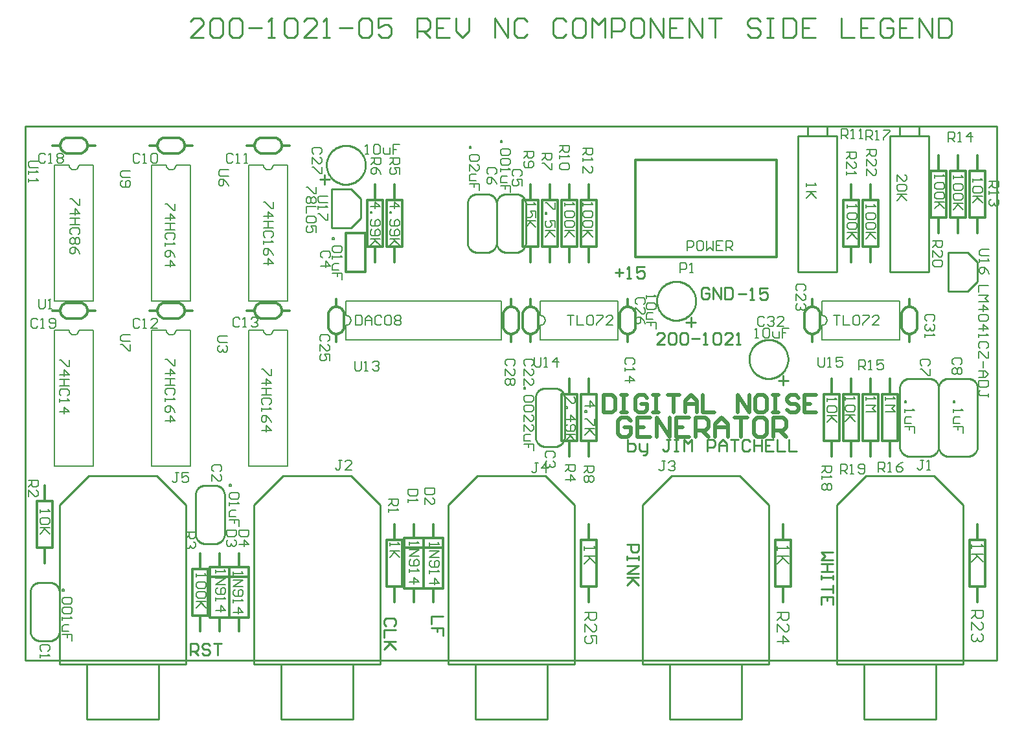
<source format=gto>
*%FSLAX23Y23*%
*%MOIN*%
G01*
%ADD11C,0.006*%
%ADD12C,0.007*%
%ADD13C,0.008*%
%ADD14C,0.010*%
%ADD15C,0.012*%
%ADD16C,0.020*%
%ADD17C,0.032*%
%ADD18C,0.036*%
%ADD19C,0.050*%
%ADD20C,0.052*%
%ADD21C,0.055*%
%ADD22C,0.056*%
%ADD23C,0.060*%
%ADD24C,0.061*%
%ADD25C,0.062*%
%ADD26C,0.066*%
%ADD27C,0.068*%
%ADD28C,0.070*%
%ADD29C,0.080*%
%ADD30C,0.090*%
%ADD31C,0.095*%
%ADD32C,0.115*%
%ADD33C,0.120*%
%ADD34C,0.125*%
%ADD35C,0.126*%
%ADD36C,0.131*%
%ADD37C,0.150*%
%ADD38C,0.156*%
%ADD39R,0.062X0.062*%
%ADD40R,0.068X0.068*%
D11*
X10926Y8876D02*
Y8893D01*
Y8885D02*
Y8876D01*
Y8885D02*
X10976D01*
X10977D01*
X10976D02*
X10968Y8893D01*
X10976Y8851D02*
X10926D01*
X10943D01*
X10976Y8818D01*
X10951Y8843D01*
X10926Y8818D01*
X11106Y9123D02*
Y9173D01*
X11131D01*
X11139Y9165D01*
Y9148D01*
X11131Y9140D01*
X11106D01*
X11123D02*
X11139Y9123D01*
X11156D02*
X11173D01*
X11164D01*
Y9173D01*
X11165D01*
X11164D02*
X11156Y9165D01*
X11198Y9123D02*
X11214D01*
X11206D01*
Y9173D01*
X11207D01*
X11206D02*
X11198Y9165D01*
X11136Y8783D02*
Y8766D01*
Y8775D01*
X11186D01*
X11187D01*
X11186D02*
X11178Y8783D01*
Y8741D02*
X11186Y8733D01*
Y8716D01*
X11178Y8708D01*
X11144D01*
X11136Y8716D01*
Y8733D01*
X11144Y8741D01*
X11178D01*
Y8691D02*
X11186Y8683D01*
Y8666D01*
X11178Y8658D01*
X11144D01*
X11136Y8666D01*
Y8683D01*
X11144Y8691D01*
X11178D01*
X11186Y8641D02*
X11136D01*
X11153D01*
X11186Y8608D01*
X11161Y8633D01*
X11136Y8608D01*
X11131Y9053D02*
X11181D01*
Y9028D01*
X11173Y9020D01*
X11156D01*
X11148Y9028D01*
Y9053D01*
Y9036D02*
X11131Y9020D01*
Y9003D02*
Y8970D01*
Y9003D02*
X11164Y8970D01*
X11173D01*
X11181Y8978D01*
Y8995D01*
X11173Y9003D01*
X11131Y8953D02*
Y8936D01*
Y8945D01*
X11181D01*
X11182D01*
X11181D02*
X11173Y8953D01*
X11391Y8938D02*
Y8905D01*
Y8938D02*
X11424Y8905D01*
X11433D01*
X11441Y8913D01*
Y8930D01*
X11433Y8938D01*
Y8888D02*
X11441Y8880D01*
Y8863D01*
X11433Y8855D01*
X11399D01*
X11391Y8863D01*
Y8880D01*
X11399Y8888D01*
X11433D01*
X11441Y8838D02*
X11391D01*
X11408D01*
X11441Y8805D01*
X11416Y8830D01*
X11391Y8805D01*
X11231Y9118D02*
Y9168D01*
X11256D01*
X11264Y9160D01*
Y9143D01*
X11256Y9135D01*
X11231D01*
X11248D02*
X11264Y9118D01*
X11281D02*
X11298D01*
X11289D01*
Y9168D01*
X11290D01*
X11289D02*
X11281Y9160D01*
X11323Y9168D02*
X11356D01*
Y9160D01*
X11323Y9126D01*
Y9118D01*
X11586Y8938D02*
Y8921D01*
Y8930D01*
X11636D01*
X11637D01*
X11636D02*
X11628Y8938D01*
Y8896D02*
X11636Y8888D01*
Y8871D01*
X11628Y8863D01*
X11594D01*
X11586Y8871D01*
Y8888D01*
X11594Y8896D01*
X11628D01*
Y8846D02*
X11636Y8838D01*
Y8821D01*
X11628Y8813D01*
X11594D01*
X11586Y8821D01*
Y8838D01*
X11594Y8846D01*
X11628D01*
X11636Y8796D02*
X11586D01*
X11603D01*
X11636Y8763D01*
X11611Y8788D01*
X11586Y8763D01*
X11576Y8598D02*
X11626D01*
Y8573D01*
X11618Y8565D01*
X11601D01*
X11593Y8573D01*
Y8598D01*
Y8581D02*
X11576Y8565D01*
Y8548D02*
Y8515D01*
Y8548D02*
X11609Y8515D01*
X11618D01*
X11626Y8523D01*
Y8540D01*
X11618Y8548D01*
Y8498D02*
X11626Y8490D01*
Y8473D01*
X11618Y8465D01*
X11584D01*
X11576Y8473D01*
Y8490D01*
X11584Y8498D01*
X11618D01*
X11681Y8916D02*
Y8933D01*
Y8925D02*
Y8916D01*
Y8925D02*
X11731D01*
X11732D01*
X11731D02*
X11723Y8933D01*
Y8891D02*
X11731Y8883D01*
Y8866D01*
X11723Y8858D01*
X11689D01*
X11681Y8866D01*
Y8883D01*
X11689Y8891D01*
X11723D01*
Y8841D02*
X11731Y8833D01*
Y8816D01*
X11723Y8808D01*
X11689D01*
X11681Y8816D01*
Y8833D01*
X11689Y8841D01*
X11723D01*
X11731Y8791D02*
X11681D01*
X11698D01*
X11731Y8758D01*
X11706Y8783D01*
X11681Y8758D01*
X11656Y9108D02*
Y9158D01*
X11681D01*
X11689Y9150D01*
Y9133D01*
X11681Y9125D01*
X11656D01*
X11673D02*
X11689Y9108D01*
X11706D02*
X11723D01*
X11714D01*
Y9158D01*
X11715D01*
X11714D02*
X11706Y9150D01*
X11773Y9158D02*
Y9108D01*
X11748Y9133D02*
X11773Y9158D01*
X11781Y9133D02*
X11748D01*
X11781Y8918D02*
Y8901D01*
Y8910D01*
X11831D01*
X11832D01*
X11831D02*
X11823Y8918D01*
Y8876D02*
X11831Y8868D01*
Y8851D01*
X11823Y8843D01*
X11789D01*
X11781Y8851D01*
Y8868D01*
X11789Y8876D01*
X11823D01*
X11831Y8826D02*
X11781D01*
X11798D01*
X11831Y8793D01*
X11806Y8818D01*
X11781Y8793D01*
X11866Y8903D02*
X11916D01*
Y8878D01*
X11908Y8870D01*
X11891D01*
X11883Y8878D01*
Y8903D01*
Y8886D02*
X11866Y8870D01*
Y8853D02*
Y8836D01*
Y8845D01*
X11916D01*
X11917D01*
X11916D02*
X11908Y8853D01*
Y8811D02*
X11916Y8803D01*
Y8786D01*
X11908Y8778D01*
X11899D01*
X11900D01*
X11899D02*
X11900D01*
X11899D02*
X11900D01*
X11899D02*
X11891Y8786D01*
Y8795D01*
Y8786D01*
X11883Y8778D01*
X11874D01*
X11866Y8786D01*
Y8803D01*
X11874Y8811D01*
X10678Y8098D02*
X10661D01*
X10669D02*
X10678D01*
X10669D02*
Y8148D01*
X10670D01*
X10669D02*
X10661Y8140D01*
X10703D02*
X10711Y8148D01*
X10728D01*
X10736Y8140D01*
Y8106D01*
X10728Y8098D01*
X10711D01*
X10703Y8106D01*
Y8140D01*
X10753Y8131D02*
Y8106D01*
X10761Y8098D01*
X10786D01*
Y8131D01*
X10803Y8148D02*
X10836D01*
X10803D02*
Y8123D01*
X10819D01*
X10803D01*
Y8098D01*
X10709Y8200D02*
X10701Y8208D01*
X10684D01*
X10676Y8200D01*
Y8166D01*
X10684Y8158D01*
X10701D01*
X10709Y8166D01*
X10726Y8200D02*
X10734Y8208D01*
X10751D01*
X10759Y8200D01*
Y8191D01*
X10760D01*
X10759D02*
X10760D01*
X10759D02*
X10760D01*
X10759D02*
X10751Y8183D01*
X10743D01*
X10751D01*
X10759Y8175D01*
Y8166D01*
X10751Y8158D01*
X10734D01*
X10726Y8166D01*
X10776Y8158D02*
X10809D01*
X10776D02*
X10809Y8191D01*
Y8200D01*
X10801Y8208D01*
X10784D01*
X10776Y8200D01*
X10913Y8340D02*
X10921Y8348D01*
Y8365D01*
X10913Y8373D01*
X10879D01*
X10871Y8365D01*
Y8348D01*
X10879Y8340D01*
X10871Y8323D02*
Y8290D01*
Y8323D02*
X10904Y8290D01*
X10913D01*
X10921Y8298D01*
Y8315D01*
X10913Y8323D01*
Y8273D02*
X10921Y8265D01*
Y8248D01*
X10913Y8240D01*
X10904D01*
X10905D01*
X10904D02*
X10905D01*
X10904D02*
X10905D01*
X10904D02*
X10896Y8248D01*
Y8256D01*
Y8248D01*
X10888Y8240D01*
X10879D01*
X10871Y8248D01*
Y8265D01*
X10879Y8273D01*
X11066Y8213D02*
X11099D01*
X11083D01*
Y8163D01*
X11116D02*
Y8213D01*
Y8163D02*
X11149D01*
X11166Y8205D02*
X11174Y8213D01*
X11191D01*
X11199Y8205D01*
Y8171D01*
X11191Y8163D01*
X11174D01*
X11166Y8171D01*
Y8205D01*
X11216Y8213D02*
X11249D01*
Y8205D01*
X11216Y8171D01*
Y8163D01*
X11266D02*
X11299D01*
X11266D02*
X11299Y8196D01*
Y8205D01*
X11291Y8213D01*
X11274D01*
X11266Y8205D01*
X10986Y7998D02*
Y7956D01*
X10994Y7948D01*
X11011D01*
X11019Y7956D01*
Y7998D01*
X11036Y7948D02*
X11053D01*
X11044D01*
Y7998D01*
X11045D01*
X11044D02*
X11036Y7990D01*
X11078Y7998D02*
X11111D01*
X11078D02*
Y7973D01*
X11094Y7981D01*
X11103D01*
X11111Y7973D01*
Y7956D01*
X11103Y7948D01*
X11086D01*
X11078Y7956D01*
X11031Y7788D02*
Y7771D01*
Y7780D01*
X11081D01*
X11082D01*
X11081D02*
X11073Y7788D01*
Y7746D02*
X11081Y7738D01*
Y7721D01*
X11073Y7713D01*
X11039D01*
X11031Y7721D01*
Y7738D01*
X11039Y7746D01*
X11073D01*
X11081Y7696D02*
X11031D01*
X11048D01*
X11081Y7663D01*
X11056Y7688D01*
X11031Y7663D01*
X11056Y7438D02*
X11006D01*
X11056D02*
Y7413D01*
X11048Y7405D01*
X11031D01*
X11023Y7413D01*
Y7438D01*
Y7421D02*
X11006Y7405D01*
Y7388D02*
Y7371D01*
Y7380D01*
X11056D01*
X11057D01*
X11056D02*
X11048Y7388D01*
Y7346D02*
X11056Y7338D01*
Y7321D01*
X11048Y7313D01*
X11039D01*
X11031Y7321D01*
X11023Y7313D01*
X11014D01*
X11006Y7321D01*
Y7338D01*
X11014Y7346D01*
X11023D01*
X11031Y7338D01*
X11039Y7346D01*
X11048D01*
X11031Y7338D02*
Y7321D01*
X11126Y7776D02*
Y7793D01*
Y7785D02*
Y7776D01*
Y7785D02*
X11176D01*
X11177D01*
X11176D02*
X11168Y7793D01*
Y7751D02*
X11176Y7743D01*
Y7726D01*
X11168Y7718D01*
X11134D01*
X11126Y7726D01*
Y7743D01*
X11134Y7751D01*
X11168D01*
X11176Y7701D02*
X11126D01*
X11143D01*
X11176Y7668D01*
X11151Y7693D01*
X11126Y7668D01*
X11101Y7448D02*
Y7398D01*
Y7448D02*
X11126D01*
X11134Y7440D01*
Y7423D01*
X11126Y7415D01*
X11101D01*
X11118D02*
X11134Y7398D01*
X11151D02*
X11168D01*
X11159D01*
Y7448D01*
X11160D01*
X11159D02*
X11151Y7440D01*
X11193Y7406D02*
X11201Y7398D01*
X11218D01*
X11226Y7406D01*
Y7440D01*
X11218Y7448D01*
X11201D01*
X11193Y7440D01*
Y7431D01*
X11201Y7423D01*
X11226D01*
X11231Y7776D02*
Y7793D01*
Y7785D02*
Y7776D01*
Y7785D02*
X11281D01*
X11282D01*
X11281D02*
X11273Y7793D01*
X11281Y7751D02*
X11231D01*
X11264Y7735D02*
X11281Y7751D01*
X11264Y7735D02*
X11281Y7718D01*
X11231D01*
X11196Y7933D02*
Y7983D01*
X11221D01*
X11229Y7975D01*
Y7958D01*
X11221Y7950D01*
X11196D01*
X11213D02*
X11229Y7933D01*
X11246D02*
X11263D01*
X11254D01*
Y7983D01*
X11255D01*
X11254D02*
X11246Y7975D01*
X11288Y7983D02*
X11321D01*
X11288D02*
Y7958D01*
X11304Y7966D01*
X11313D01*
X11321Y7958D01*
Y7941D01*
X11313Y7933D01*
X11296D01*
X11288Y7941D01*
X11231Y8766D02*
Y8783D01*
Y8775D02*
Y8766D01*
Y8775D02*
X11281D01*
X11282D01*
X11281D02*
X11273Y8783D01*
Y8741D02*
X11281Y8733D01*
Y8716D01*
X11273Y8708D01*
X11239D01*
X11231Y8716D01*
Y8733D01*
X11239Y8741D01*
X11273D01*
Y8691D02*
X11281Y8683D01*
Y8666D01*
X11273Y8658D01*
X11239D01*
X11231Y8666D01*
Y8683D01*
X11239Y8691D01*
X11273D01*
X11281Y8641D02*
X11231D01*
X11248D01*
X11281Y8608D01*
X11256Y8633D01*
X11231Y8608D01*
X11236Y9068D02*
X11286D01*
Y9043D01*
X11278Y9035D01*
X11261D01*
X11253Y9043D01*
Y9068D01*
Y9051D02*
X11236Y9035D01*
Y9018D02*
Y8985D01*
Y9018D02*
X11269Y8985D01*
X11278D01*
X11286Y8993D01*
Y9010D01*
X11278Y9018D01*
X11236Y8968D02*
Y8935D01*
Y8968D02*
X11269Y8935D01*
X11278D01*
X11286Y8943D01*
Y8960D01*
X11278Y8968D01*
X11331Y7793D02*
Y7776D01*
Y7785D01*
X11381D01*
X11382D01*
X11381D02*
X11373Y7793D01*
X11381Y7751D02*
X11331D01*
X11364Y7735D02*
X11381Y7751D01*
X11364Y7735D02*
X11381Y7718D01*
X11331D01*
X11296Y7458D02*
Y7408D01*
Y7458D02*
X11321D01*
X11329Y7450D01*
Y7433D01*
X11321Y7425D01*
X11296D01*
X11313D02*
X11329Y7408D01*
X11346D02*
X11363D01*
X11354D01*
Y7458D01*
X11355D01*
X11354D02*
X11346Y7450D01*
X11404D02*
X11421Y7458D01*
X11404Y7450D02*
X11388Y7433D01*
Y7416D01*
X11396Y7408D01*
X11413D01*
X11421Y7416D01*
Y7425D01*
X11413Y7433D01*
X11388D01*
X11431Y7773D02*
X11439D01*
Y7765D01*
X11431D01*
Y7773D01*
Y7731D02*
Y7715D01*
Y7723D01*
X11481D01*
X11482D01*
X11481D02*
X11473Y7731D01*
X11464Y7690D02*
X11439D01*
X11431Y7681D01*
Y7656D01*
X11464D01*
X11481Y7640D02*
Y7606D01*
Y7640D02*
X11456D01*
Y7623D01*
Y7640D01*
X11431D01*
X11553Y7955D02*
X11561Y7963D01*
Y7980D01*
X11553Y7988D01*
X11519D01*
X11511Y7980D01*
Y7963D01*
X11519Y7955D01*
X11561Y7938D02*
Y7905D01*
X11553D01*
X11519Y7938D01*
X11511D01*
X11811Y8368D02*
X11861D01*
X11811D02*
Y8335D01*
Y8318D02*
X11861D01*
X11844Y8301D01*
X11861Y8285D01*
X11811D01*
Y8243D02*
X11861D01*
X11836Y8268D01*
Y8235D01*
X11853Y8218D02*
X11861Y8210D01*
Y8193D01*
X11853Y8185D01*
X11819D01*
X11811Y8193D01*
Y8210D01*
X11819Y8218D01*
X11853D01*
X11861Y8143D02*
X11811D01*
X11836Y8168D02*
X11861Y8143D01*
X11836Y8135D02*
Y8168D01*
X11811Y8118D02*
Y8101D01*
Y8110D01*
X11861D01*
X11862D01*
X11861D02*
X11853Y8118D01*
X11861Y8051D02*
X11853Y8043D01*
X11861Y8051D02*
Y8068D01*
X11853Y8076D01*
X11819D01*
X11811Y8068D01*
Y8051D01*
X11819Y8043D01*
X11861Y8026D02*
Y7993D01*
X11853D01*
X11819Y8026D01*
X11811D01*
Y7993D01*
X11836Y7976D02*
Y7943D01*
X11844Y7926D02*
X11811D01*
X11844D02*
X11861Y7910D01*
X11844Y7893D01*
X11811D01*
X11836D01*
Y7926D01*
X11861Y7876D02*
X11811D01*
Y7852D01*
X11819Y7843D01*
X11853D01*
X11861Y7852D01*
Y7876D01*
Y7810D02*
Y7793D01*
Y7802D02*
Y7810D01*
Y7802D02*
X11819D01*
X11811Y7810D01*
Y7818D01*
X11819Y7827D01*
X11824Y8553D02*
X11866D01*
X11824D02*
X11816Y8545D01*
Y8528D01*
X11824Y8520D01*
X11866D01*
X11816Y8503D02*
Y8486D01*
Y8495D01*
X11866D01*
X11867D01*
X11866D02*
X11858Y8503D01*
Y8445D02*
X11866Y8428D01*
X11858Y8445D02*
X11841Y8461D01*
X11824D01*
X11816Y8453D01*
Y8436D01*
X11824Y8428D01*
X11833D01*
X11841Y8436D01*
Y8461D01*
X11586Y8193D02*
X11578Y8185D01*
X11586Y8193D02*
Y8210D01*
X11578Y8218D01*
X11544D01*
X11536Y8210D01*
Y8193D01*
X11544Y8185D01*
X11578Y8168D02*
X11586Y8160D01*
Y8143D01*
X11578Y8135D01*
X11569D01*
X11570D01*
X11569D02*
X11570D01*
X11569D02*
X11570D01*
X11569D02*
X11561Y8143D01*
Y8151D01*
Y8143D01*
X11553Y8135D01*
X11544D01*
X11536Y8143D01*
Y8160D01*
X11544Y8168D01*
X11536Y8118D02*
Y8101D01*
Y8110D01*
X11586D01*
X11587D01*
X11586D02*
X11578Y8118D01*
X11681Y7773D02*
X11689D01*
Y7765D01*
X11681D01*
Y7773D01*
Y7731D02*
Y7715D01*
Y7723D01*
X11731D01*
X11732D01*
X11731D02*
X11723Y7731D01*
X11714Y7690D02*
X11689D01*
X11681Y7681D01*
Y7656D01*
X11714D01*
X11731Y7640D02*
Y7606D01*
Y7640D02*
X11706D01*
Y7623D01*
Y7640D01*
X11681D01*
X11718Y7960D02*
X11726Y7968D01*
Y7985D01*
X11718Y7993D01*
X11684D01*
X11676Y7985D01*
Y7968D01*
X11684Y7960D01*
X11718Y7943D02*
X11726Y7935D01*
Y7918D01*
X11718Y7910D01*
X11709D01*
X11701Y7918D01*
X11693Y7910D01*
X11684D01*
X11676Y7918D01*
Y7935D01*
X11684Y7943D01*
X11693D01*
X11701Y7935D01*
X11709Y7943D01*
X11718D01*
X11701Y7935D02*
Y7918D01*
X10776Y7023D02*
Y7003D01*
Y7013D01*
X10836D01*
X10837D01*
X10836D02*
X10826Y7023D01*
X10836Y6973D02*
X10776D01*
X10796D01*
X10836Y6933D01*
X10806Y6963D01*
X10776Y6933D01*
Y6683D02*
X10836D01*
Y6653D01*
X10826Y6643D01*
X10806D01*
X10796Y6653D01*
Y6683D01*
Y6663D02*
X10776Y6643D01*
Y6623D02*
Y6583D01*
Y6623D02*
X10816Y6583D01*
X10826D01*
X10836Y6593D01*
Y6613D01*
X10826Y6623D01*
X10836Y6533D02*
X10776D01*
X10806Y6563D02*
X10836Y6533D01*
X10806Y6523D02*
Y6563D01*
X11513Y7468D02*
X11529D01*
X11521D02*
X11513D01*
X11521D02*
Y7426D01*
X11513Y7418D01*
X11504D01*
X11496Y7426D01*
X11546Y7418D02*
X11563D01*
X11554D01*
Y7468D01*
X11555D01*
X11554D02*
X11546Y7460D01*
X11776Y7033D02*
Y7013D01*
Y7023D01*
X11836D01*
X11837D01*
X11836D02*
X11826Y7033D01*
X11836Y6983D02*
X11776D01*
X11796D01*
X11836Y6943D01*
X11806Y6973D01*
X11776Y6943D01*
Y6693D02*
X11836D01*
Y6663D01*
X11826Y6653D01*
X11806D01*
X11796Y6663D01*
Y6693D01*
Y6673D02*
X11776Y6653D01*
Y6633D02*
Y6593D01*
Y6633D02*
X11816Y6593D01*
X11826D01*
X11836Y6603D01*
Y6623D01*
X11826Y6633D01*
Y6573D02*
X11836Y6563D01*
Y6543D01*
X11826Y6533D01*
X11816D01*
X11817D01*
X11816D02*
X11817D01*
X11816D02*
X11817D01*
X11816D02*
X11806Y6543D01*
Y6553D01*
Y6543D01*
X11796Y6533D01*
X11786D01*
X11776Y6543D01*
Y6563D01*
X11786Y6573D01*
X9776Y8776D02*
Y8793D01*
Y8785D02*
Y8776D01*
Y8785D02*
X9826D01*
X9827D01*
X9826D02*
X9818Y8793D01*
Y8751D02*
X9826Y8743D01*
Y8726D01*
X9818Y8718D01*
X9784D01*
X9776Y8726D01*
Y8743D01*
X9784Y8751D01*
X9818D01*
Y8701D02*
X9826Y8693D01*
Y8676D01*
X9818Y8668D01*
X9784D01*
X9776Y8676D01*
Y8693D01*
X9784Y8701D01*
X9818D01*
X9826Y8651D02*
X9776D01*
X9793D01*
X9826Y8618D01*
X9801Y8643D01*
X9776Y8618D01*
Y9073D02*
X9826D01*
Y9048D01*
X9818Y9040D01*
X9801D01*
X9793Y9048D01*
Y9073D01*
Y9056D02*
X9776Y9040D01*
Y9023D02*
Y9006D01*
Y9015D01*
X9826D01*
X9827D01*
X9826D02*
X9818Y9023D01*
X9776Y8981D02*
Y8948D01*
Y8981D02*
X9809Y8948D01*
X9818D01*
X9826Y8956D01*
Y8973D01*
X9818Y8981D01*
X9681Y8793D02*
Y8776D01*
Y8785D01*
X9731D01*
X9732D01*
X9731D02*
X9723Y8793D01*
Y8751D02*
X9731Y8743D01*
Y8726D01*
X9723Y8718D01*
X9689D01*
X9681Y8726D01*
Y8743D01*
X9689Y8751D01*
X9723D01*
Y8701D02*
X9731Y8693D01*
Y8676D01*
X9723Y8668D01*
X9689D01*
X9681Y8676D01*
Y8693D01*
X9689Y8701D01*
X9723D01*
X9731Y8651D02*
X9681D01*
X9698D01*
X9731Y8618D01*
X9706Y8643D01*
X9681Y8618D01*
X9706Y9088D02*
X9656D01*
X9706D02*
Y9063D01*
X9698Y9055D01*
X9681D01*
X9673Y9063D01*
Y9088D01*
Y9071D02*
X9656Y9055D01*
Y9038D02*
Y9021D01*
Y9030D01*
X9706D01*
X9707D01*
X9706D02*
X9698Y9038D01*
Y8996D02*
X9706Y8988D01*
Y8971D01*
X9698Y8963D01*
X9664D01*
X9656Y8971D01*
Y8988D01*
X9664Y8996D01*
X9698D01*
X9631Y8793D02*
Y8760D01*
X9623D01*
X9589Y8793D01*
X9581D01*
Y8743D02*
X9589D01*
Y8735D01*
X9581D01*
Y8743D01*
X9631Y8701D02*
Y8668D01*
Y8701D02*
X9606D01*
X9614Y8685D01*
Y8676D01*
X9606Y8668D01*
X9589D01*
X9581Y8676D01*
Y8693D01*
X9589Y8701D01*
X9581Y8651D02*
X9631D01*
X9598D02*
X9581D01*
X9598D02*
X9631Y8618D01*
X9606Y8643D01*
X9581Y8618D01*
X9566Y9048D02*
X9616D01*
Y9023D01*
X9608Y9015D01*
X9591D01*
X9583Y9023D01*
Y9048D01*
Y9031D02*
X9566Y9015D01*
X9616Y8998D02*
Y8965D01*
X9608D01*
X9574Y8998D01*
X9566D01*
X9481Y8793D02*
Y8776D01*
Y8785D01*
X9531D01*
X9532D01*
X9531D02*
X9523Y8793D01*
X9531Y8751D02*
Y8718D01*
Y8751D02*
X9506D01*
X9514Y8735D01*
Y8726D01*
X9506Y8718D01*
X9489D01*
X9481Y8726D01*
Y8743D01*
X9489Y8751D01*
X9481Y8701D02*
X9531D01*
X9498D02*
X9481D01*
X9498D02*
X9531Y8668D01*
X9506Y8693D01*
X9481Y8668D01*
X9471Y9058D02*
X9521D01*
Y9033D01*
X9513Y9025D01*
X9496D01*
X9488Y9033D01*
Y9058D01*
Y9041D02*
X9471Y9025D01*
X9479Y9008D02*
X9471Y9000D01*
Y8983D01*
X9479Y8975D01*
X9513D01*
X9521Y8983D01*
Y9000D01*
X9513Y9008D01*
X9504D01*
X9496Y9000D01*
Y8975D01*
X9359Y9113D02*
X9351D01*
X9359D02*
Y9105D01*
X9351D01*
Y9113D01*
X9393Y9071D02*
X9401Y9063D01*
Y9046D01*
X9393Y9038D01*
X9359D01*
X9351Y9046D01*
Y9063D01*
X9359Y9071D01*
X9393D01*
Y9021D02*
X9401Y9013D01*
Y8996D01*
X9393Y8988D01*
X9359D01*
X9351Y8996D01*
Y9013D01*
X9359Y9021D01*
X9393D01*
X9351Y8971D02*
Y8955D01*
Y8963D01*
X9401D01*
X9402D01*
X9401D02*
X9393Y8971D01*
X9384Y8930D02*
X9359D01*
X9351Y8921D01*
Y8896D01*
X9384D01*
X9401Y8880D02*
Y8846D01*
Y8880D02*
X9376D01*
Y8863D01*
Y8880D01*
X9351D01*
X9453Y8930D02*
X9461Y8938D01*
Y8955D01*
X9453Y8963D01*
X9419D01*
X9411Y8955D01*
Y8938D01*
X9419Y8930D01*
X9461Y8913D02*
Y8880D01*
Y8913D02*
X9436D01*
X9444Y8896D01*
Y8888D01*
X9436Y8880D01*
X9419D01*
X9411Y8888D01*
Y8905D01*
X9419Y8913D01*
X9199Y9083D02*
X9191D01*
X9199D02*
Y9075D01*
X9191D01*
Y9083D01*
X9233Y9041D02*
X9241Y9033D01*
Y9016D01*
X9233Y9008D01*
X9199D01*
X9191Y9016D01*
Y9033D01*
X9199Y9041D01*
X9233D01*
X9191Y8991D02*
Y8958D01*
Y8991D02*
X9224Y8958D01*
X9233D01*
X9241Y8966D01*
Y8983D01*
X9233Y8991D01*
X9224Y8941D02*
X9199D01*
X9191Y8933D01*
Y8908D01*
X9224D01*
X9241Y8891D02*
Y8858D01*
Y8891D02*
X9216D01*
Y8875D01*
Y8891D01*
X9191D01*
X9323Y8940D02*
X9331Y8948D01*
Y8965D01*
X9323Y8973D01*
X9289D01*
X9281Y8965D01*
Y8948D01*
X9289Y8940D01*
X9323Y8906D02*
X9331Y8890D01*
X9323Y8906D02*
X9306Y8923D01*
X9289D01*
X9281Y8915D01*
Y8898D01*
X9289Y8890D01*
X9298D01*
X9306Y8898D01*
Y8923D01*
X10101Y8318D02*
Y8301D01*
Y8310D01*
X10151D01*
X10152D01*
X10151D02*
X10143Y8318D01*
Y8276D02*
X10151Y8268D01*
Y8251D01*
X10143Y8243D01*
X10109D01*
X10101Y8251D01*
Y8268D01*
X10109Y8276D01*
X10143D01*
X10134Y8226D02*
X10109D01*
X10101Y8218D01*
Y8193D01*
X10134D01*
X10151Y8176D02*
Y8143D01*
Y8176D02*
X10126D01*
Y8160D01*
Y8176D01*
X10101D01*
X10088Y8270D02*
X10096Y8278D01*
Y8295D01*
X10088Y8303D01*
X10054D01*
X10046Y8295D01*
Y8278D01*
X10054Y8270D01*
X10046Y8253D02*
Y8220D01*
Y8253D02*
X10079Y8220D01*
X10088D01*
X10096Y8228D01*
Y8245D01*
X10088Y8253D01*
Y8186D02*
X10096Y8170D01*
X10088Y8186D02*
X10071Y8203D01*
X10054D01*
X10046Y8195D01*
Y8178D01*
X10054Y8170D01*
X10063D01*
X10071Y8178D01*
Y8203D01*
X9836Y7748D02*
X9786D01*
X9811Y7773D02*
X9836Y7748D01*
X9811Y7740D02*
Y7773D01*
X9794Y7723D02*
X9786D01*
X9794D02*
Y7715D01*
X9786D01*
Y7723D01*
X9836Y7681D02*
Y7648D01*
X9828D01*
X9794Y7681D01*
X9786D01*
Y7631D02*
X9836D01*
X9803D02*
X9786D01*
X9803D02*
X9836Y7598D01*
X9811Y7623D01*
X9786Y7598D01*
X9781Y7438D02*
X9831D01*
Y7413D01*
X9823Y7405D01*
X9806D01*
X9798Y7413D01*
Y7438D01*
Y7421D02*
X9781Y7405D01*
X9823Y7388D02*
X9831Y7380D01*
Y7363D01*
X9823Y7355D01*
X9814D01*
X9806Y7363D01*
X9798Y7355D01*
X9789D01*
X9781Y7363D01*
Y7380D01*
X9789Y7388D01*
X9798D01*
X9806Y7380D01*
X9814Y7388D01*
X9823D01*
X9806Y7380D02*
Y7363D01*
X9686Y7760D02*
Y7793D01*
X9719Y7760D01*
X9728D01*
X9736Y7768D01*
Y7785D01*
X9728Y7793D01*
X9694Y7743D02*
X9686D01*
X9694D02*
Y7735D01*
X9686D01*
Y7743D01*
Y7676D02*
X9736D01*
X9711Y7701D01*
Y7668D01*
X9694Y7651D02*
X9686Y7643D01*
Y7626D01*
X9694Y7618D01*
X9728D01*
X9736Y7626D01*
Y7643D01*
X9728Y7651D01*
X9719D01*
X9711Y7643D01*
Y7618D01*
X9736Y7601D02*
X9686D01*
X9703D01*
X9736Y7568D01*
X9711Y7593D01*
X9686Y7568D01*
Y7443D02*
X9736D01*
Y7418D01*
X9728Y7410D01*
X9711D01*
X9703Y7418D01*
Y7443D01*
Y7426D02*
X9686Y7410D01*
Y7368D02*
X9736D01*
X9711Y7393D01*
Y7360D01*
X9479Y7843D02*
X9471D01*
X9479D02*
Y7835D01*
X9471D01*
Y7843D01*
X9513Y7801D02*
X9521Y7793D01*
Y7776D01*
X9513Y7768D01*
X9479D01*
X9471Y7776D01*
Y7793D01*
X9479Y7801D01*
X9513D01*
Y7751D02*
X9521Y7743D01*
Y7726D01*
X9513Y7718D01*
X9479D01*
X9471Y7726D01*
Y7743D01*
X9479Y7751D01*
X9513D01*
X9471Y7701D02*
Y7668D01*
Y7701D02*
X9504Y7668D01*
X9513D01*
X9521Y7676D01*
Y7693D01*
X9513Y7701D01*
X9471Y7651D02*
Y7618D01*
Y7651D02*
X9504Y7618D01*
X9513D01*
X9521Y7626D01*
Y7643D01*
X9513Y7651D01*
X9504Y7601D02*
X9479D01*
X9471Y7593D01*
Y7568D01*
X9504D01*
X9521Y7551D02*
Y7518D01*
Y7551D02*
X9496D01*
Y7535D01*
Y7551D01*
X9471D01*
X9623Y7480D02*
X9631Y7488D01*
Y7505D01*
X9623Y7513D01*
X9589D01*
X9581Y7505D01*
Y7488D01*
X9589Y7480D01*
X9623Y7463D02*
X9631Y7455D01*
Y7438D01*
X9623Y7430D01*
X9614D01*
X9615D01*
X9614D02*
X9615D01*
X9614D02*
X9615D01*
X9614D02*
X9606Y7438D01*
Y7446D01*
Y7438D01*
X9598Y7430D01*
X9589D01*
X9581Y7438D01*
Y7455D01*
X9589Y7463D01*
X10033Y7960D02*
X10041Y7968D01*
Y7985D01*
X10033Y7993D01*
X9999D01*
X9991Y7985D01*
Y7968D01*
X9999Y7960D01*
X9991Y7943D02*
Y7926D01*
Y7935D01*
X10041D01*
X10042D01*
X10041D02*
X10033Y7943D01*
X10041Y7876D02*
X9991D01*
X10016Y7901D02*
X10041Y7876D01*
X10016Y7868D02*
Y7901D01*
X9729Y8213D02*
X9696D01*
X9713D02*
X9729D01*
X9713D02*
Y8163D01*
X9746D02*
Y8213D01*
Y8163D02*
X9779D01*
X9796Y8205D02*
X9804Y8213D01*
X9821D01*
X9829Y8205D01*
Y8171D01*
X9821Y8163D01*
X9804D01*
X9796Y8171D01*
Y8205D01*
X9846Y8213D02*
X9879D01*
Y8205D01*
X9846Y8171D01*
Y8163D01*
X9896D02*
X9929D01*
X9896D02*
X9929Y8196D01*
Y8205D01*
X9921Y8213D01*
X9904D01*
X9896Y8205D01*
X9526Y7998D02*
Y7956D01*
X9534Y7948D01*
X9551D01*
X9559Y7956D01*
Y7998D01*
X9576Y7948D02*
X9593D01*
X9584D01*
Y7998D01*
X9585D01*
X9584D02*
X9576Y7990D01*
X9643Y7998D02*
Y7948D01*
X9618Y7973D02*
X9643Y7998D01*
X9651Y7973D02*
X9618D01*
X9521Y7963D02*
X9513Y7955D01*
X9521Y7963D02*
Y7980D01*
X9513Y7988D01*
X9479D01*
X9471Y7980D01*
Y7963D01*
X9479Y7955D01*
X9471Y7938D02*
Y7905D01*
Y7938D02*
X9504Y7905D01*
X9513D01*
X9521Y7913D01*
Y7930D01*
X9513Y7938D01*
X9471Y7888D02*
Y7855D01*
Y7888D02*
X9504Y7855D01*
X9513D01*
X9521Y7863D01*
Y7880D01*
X9513Y7888D01*
X9426Y7963D02*
X9418Y7955D01*
X9426Y7963D02*
Y7980D01*
X9418Y7988D01*
X9384D01*
X9376Y7980D01*
Y7963D01*
X9384Y7955D01*
X9376Y7938D02*
Y7905D01*
Y7938D02*
X9409Y7905D01*
X9418D01*
X9426Y7913D01*
Y7930D01*
X9418Y7938D01*
Y7888D02*
X9426Y7880D01*
Y7863D01*
X9418Y7855D01*
X9409D01*
X9401Y7863D01*
X9393Y7855D01*
X9384D01*
X9376Y7863D01*
Y7880D01*
X9384Y7888D01*
X9393D01*
X9401Y7880D01*
X9409Y7888D01*
X9418D01*
X9401Y7880D02*
Y7863D01*
X10311Y8548D02*
Y8598D01*
X10336D01*
X10344Y8590D01*
Y8573D01*
X10336Y8565D01*
X10311D01*
X10369Y8598D02*
X10386D01*
X10369D02*
X10361Y8590D01*
Y8556D01*
X10369Y8548D01*
X10386D01*
X10394Y8556D01*
Y8590D01*
X10386Y8598D01*
X10411D02*
Y8548D01*
X10428Y8565D01*
X10444Y8548D01*
Y8598D01*
X10461D02*
X10494D01*
X10461D02*
Y8548D01*
X10494D01*
X10478Y8573D02*
X10461D01*
X10511Y8548D02*
Y8598D01*
X10536D01*
X10544Y8590D01*
Y8573D01*
X10536Y8565D01*
X10511D01*
X10528D02*
X10544Y8548D01*
X10276Y8483D02*
Y8433D01*
Y8483D02*
X10301D01*
X10309Y8475D01*
Y8458D01*
X10301Y8450D01*
X10276D01*
X10326Y8433D02*
X10343D01*
X10334D01*
Y8483D01*
X10335D01*
X10334D02*
X10326Y8475D01*
X10199Y7463D02*
X10183D01*
X10191D01*
Y7421D01*
X10183Y7413D01*
X10174D01*
X10166Y7421D01*
X10216Y7455D02*
X10224Y7463D01*
X10241D01*
X10249Y7455D01*
Y7446D01*
X10250D01*
X10249D02*
X10250D01*
X10249D02*
X10250D01*
X10249D02*
X10241Y7438D01*
X10233D01*
X10241D01*
X10249Y7430D01*
Y7421D01*
X10241Y7413D01*
X10224D01*
X10216Y7421D01*
X9781Y7023D02*
Y7003D01*
Y7013D01*
X9841D01*
X9842D01*
X9841D02*
X9831Y7023D01*
X9841Y6973D02*
X9781D01*
X9801D01*
X9841Y6933D01*
X9811Y6963D01*
X9781Y6933D01*
X9786Y6683D02*
X9846D01*
Y6653D01*
X9836Y6643D01*
X9816D01*
X9806Y6653D01*
Y6683D01*
Y6663D02*
X9786Y6643D01*
Y6623D02*
Y6583D01*
Y6623D02*
X9826Y6583D01*
X9836D01*
X9846Y6593D01*
Y6613D01*
X9836Y6623D01*
X9846Y6563D02*
Y6523D01*
Y6563D02*
X9816D01*
X9826Y6543D01*
Y6533D01*
X9816Y6523D01*
X9796D01*
X9786Y6533D01*
Y6553D01*
X9796Y6563D01*
X9544Y7453D02*
X9528D01*
X9536D01*
Y7411D01*
X9528Y7403D01*
X9519D01*
X9511Y7411D01*
X9586Y7403D02*
Y7453D01*
X9561Y7428D01*
X9594D01*
X8401Y8840D02*
Y8873D01*
Y8840D02*
X8393D01*
X8359Y8873D01*
X8351D01*
X8393Y8823D02*
X8401Y8815D01*
Y8798D01*
X8393Y8790D01*
X8384D01*
X8376Y8798D01*
X8368Y8790D01*
X8359D01*
X8351Y8798D01*
Y8815D01*
X8359Y8823D01*
X8368D01*
X8376Y8815D01*
X8384Y8823D01*
X8393D01*
X8376Y8815D02*
Y8798D01*
X8401Y8773D02*
X8351D01*
Y8740D01*
X8393Y8723D02*
X8401Y8715D01*
Y8698D01*
X8393Y8690D01*
X8359D01*
X8351Y8698D01*
Y8715D01*
X8359Y8723D01*
X8393D01*
X8401Y8673D02*
Y8640D01*
Y8673D02*
X8376D01*
X8384Y8656D01*
Y8648D01*
X8376Y8640D01*
X8359D01*
X8351Y8648D01*
Y8665D01*
X8359Y8673D01*
X8419Y8828D02*
X8461D01*
X8419D02*
X8411Y8820D01*
Y8803D01*
X8419Y8795D01*
X8461D01*
X8411Y8778D02*
Y8761D01*
Y8770D01*
X8461D01*
X8462D01*
X8461D02*
X8453Y8778D01*
X8461Y8736D02*
Y8703D01*
X8453D01*
X8419Y8736D01*
X8411D01*
X8656Y9043D02*
X8673D01*
X8664D01*
Y9093D01*
X8665D01*
X8664D02*
X8656Y9085D01*
X8698D02*
X8706Y9093D01*
X8723D01*
X8731Y9085D01*
Y9051D01*
X8723Y9043D01*
X8706D01*
X8698Y9051D01*
Y9085D01*
X8748Y9076D02*
Y9051D01*
X8756Y9043D01*
X8781D01*
Y9076D01*
X8798Y9093D02*
X8831D01*
X8798D02*
Y9068D01*
X8814D01*
X8798D01*
Y9043D01*
X8431Y9053D02*
X8423Y9045D01*
X8431Y9053D02*
Y9070D01*
X8423Y9078D01*
X8389D01*
X8381Y9070D01*
Y9053D01*
X8389Y9045D01*
X8381Y9028D02*
Y8995D01*
Y9028D02*
X8414Y8995D01*
X8423D01*
X8431Y9003D01*
Y9020D01*
X8423Y9028D01*
X8431Y8978D02*
Y8945D01*
X8423D01*
X8389Y8978D01*
X8381D01*
X7676Y8788D02*
Y8755D01*
X7668D01*
X7634Y8788D01*
X7626D01*
Y8713D02*
X7676D01*
X7651Y8738D01*
Y8705D01*
X7676Y8688D02*
X7626D01*
X7651D01*
Y8655D01*
X7676D01*
X7626D01*
X7676Y8613D02*
X7668Y8605D01*
X7676Y8613D02*
Y8630D01*
X7668Y8638D01*
X7634D01*
X7626Y8630D01*
Y8613D01*
X7634Y8605D01*
X7626Y8588D02*
Y8571D01*
Y8580D01*
X7676D01*
X7677D01*
X7676D02*
X7668Y8588D01*
Y8530D02*
X7676Y8513D01*
X7668Y8530D02*
X7651Y8546D01*
X7634D01*
X7626Y8538D01*
Y8521D01*
X7634Y8513D01*
X7643D01*
X7651Y8521D01*
Y8546D01*
X7626Y8471D02*
X7676D01*
X7651Y8496D01*
Y8463D01*
X7446Y8958D02*
X7404D01*
X7396Y8950D01*
Y8933D01*
X7404Y8925D01*
X7446D01*
X7404Y8908D02*
X7396Y8900D01*
Y8883D01*
X7404Y8875D01*
X7438D01*
X7446Y8883D01*
Y8900D01*
X7438Y8908D01*
X7429D01*
X7421Y8900D01*
Y8875D01*
X7494Y9040D02*
X7486Y9048D01*
X7469D01*
X7461Y9040D01*
Y9006D01*
X7469Y8998D01*
X7486D01*
X7494Y9006D01*
X7511Y8998D02*
X7528D01*
X7519D01*
Y9048D01*
X7520D01*
X7519D02*
X7511Y9040D01*
X7553D02*
X7561Y9048D01*
X7578D01*
X7586Y9040D01*
Y9006D01*
X7578Y8998D01*
X7561D01*
X7553Y9006D01*
Y9040D01*
X8181Y8798D02*
Y8765D01*
X8173D01*
X8139Y8798D01*
X8131D01*
Y8723D02*
X8181D01*
X8156Y8748D01*
Y8715D01*
X8181Y8698D02*
X8131D01*
X8156D01*
Y8665D01*
X8181D01*
X8131D01*
X8181Y8623D02*
X8173Y8615D01*
X8181Y8623D02*
Y8640D01*
X8173Y8648D01*
X8139D01*
X8131Y8640D01*
Y8623D01*
X8139Y8615D01*
X8131Y8598D02*
Y8581D01*
Y8590D01*
X8181D01*
X8182D01*
X8181D02*
X8173Y8598D01*
Y8540D02*
X8181Y8523D01*
X8173Y8540D02*
X8156Y8556D01*
X8139D01*
X8131Y8548D01*
Y8531D01*
X8139Y8523D01*
X8148D01*
X8156Y8531D01*
Y8556D01*
X8131Y8481D02*
X8181D01*
X8156Y8506D01*
Y8473D01*
X7951Y8963D02*
X7909D01*
X7901Y8955D01*
Y8938D01*
X7909Y8930D01*
X7951D01*
X7943Y8896D02*
X7951Y8880D01*
X7943Y8896D02*
X7926Y8913D01*
X7909D01*
X7901Y8905D01*
Y8888D01*
X7909Y8880D01*
X7918D01*
X7926Y8888D01*
Y8913D01*
X7974Y9040D02*
X7966Y9048D01*
X7949D01*
X7941Y9040D01*
Y9006D01*
X7949Y8998D01*
X7966D01*
X7974Y9006D01*
X7991Y8998D02*
X8008D01*
X7999D01*
Y9048D01*
X8000D01*
X7999D02*
X7991Y9040D01*
X8033Y8998D02*
X8049D01*
X8041D01*
Y9048D01*
X8042D01*
X8041D02*
X8033Y9040D01*
X8781Y8773D02*
X8831D01*
X8806Y8798D01*
Y8765D01*
X8789Y8748D02*
X8781D01*
X8789D02*
Y8740D01*
X8781D01*
Y8748D01*
X8789Y8706D02*
X8781Y8698D01*
Y8681D01*
X8789Y8673D01*
X8823D01*
X8831Y8681D01*
Y8698D01*
X8823Y8706D01*
X8814D01*
X8806Y8698D01*
Y8673D01*
X8789Y8656D02*
X8781Y8648D01*
Y8631D01*
X8789Y8623D01*
X8823D01*
X8831Y8631D01*
Y8648D01*
X8823Y8656D01*
X8814D01*
X8806Y8648D01*
Y8623D01*
X8831Y8606D02*
X8781D01*
X8798D01*
X8831Y8573D01*
X8806Y8598D01*
X8781Y8573D01*
Y9023D02*
X8831D01*
Y8998D01*
X8823Y8990D01*
X8806D01*
X8798Y8998D01*
Y9023D01*
Y9006D02*
X8781Y8990D01*
X8831Y8973D02*
Y8940D01*
Y8973D02*
X8806D01*
X8814Y8956D01*
Y8948D01*
X8806Y8940D01*
X8789D01*
X8781Y8948D01*
Y8965D01*
X8789Y8973D01*
X8731Y8773D02*
X8681D01*
X8706Y8798D02*
X8731Y8773D01*
X8706Y8765D02*
Y8798D01*
X8689Y8748D02*
X8681D01*
X8689D02*
Y8740D01*
X8681D01*
Y8748D01*
X8689Y8706D02*
X8681Y8698D01*
Y8681D01*
X8689Y8673D01*
X8723D01*
X8731Y8681D01*
Y8698D01*
X8723Y8706D01*
X8714D01*
X8706Y8698D01*
Y8673D01*
X8689Y8656D02*
X8681Y8648D01*
Y8631D01*
X8689Y8623D01*
X8723D01*
X8731Y8631D01*
Y8648D01*
X8723Y8656D01*
X8714D01*
X8706Y8648D01*
Y8623D01*
X8731Y8606D02*
X8681D01*
X8698D01*
X8731Y8573D01*
X8706Y8598D01*
X8681Y8573D01*
X8686Y9023D02*
X8736D01*
Y8998D01*
X8728Y8990D01*
X8711D01*
X8703Y8998D01*
Y9023D01*
Y9006D02*
X8686Y8990D01*
X8728Y8956D02*
X8736Y8940D01*
X8728Y8956D02*
X8711Y8973D01*
X8694D01*
X8686Y8965D01*
Y8948D01*
X8694Y8940D01*
X8703D01*
X8711Y8948D01*
Y8973D01*
X8494Y8613D02*
X8486D01*
X8494D02*
Y8605D01*
X8486D01*
Y8613D01*
X8528Y8571D02*
X8536Y8563D01*
Y8546D01*
X8528Y8538D01*
X8494D01*
X8486Y8546D01*
Y8563D01*
X8494Y8571D01*
X8528D01*
X8486Y8521D02*
Y8505D01*
Y8513D01*
X8536D01*
X8537D01*
X8536D02*
X8528Y8521D01*
X8519Y8480D02*
X8494D01*
X8486Y8471D01*
Y8446D01*
X8519D01*
X8536Y8430D02*
Y8396D01*
Y8430D02*
X8511D01*
Y8413D01*
Y8430D01*
X8486D01*
X8468Y8510D02*
X8476Y8518D01*
Y8535D01*
X8468Y8543D01*
X8434D01*
X8426Y8535D01*
Y8518D01*
X8434Y8510D01*
X8426Y8468D02*
X8476D01*
X8451Y8493D01*
Y8460D01*
X8606Y8213D02*
Y8163D01*
X8631D01*
X8639Y8171D01*
Y8205D01*
X8631Y8213D01*
X8606D01*
X8656Y8196D02*
Y8163D01*
Y8196D02*
X8673Y8213D01*
X8689Y8196D01*
Y8163D01*
Y8188D01*
X8656D01*
X8731Y8213D02*
X8739Y8205D01*
X8731Y8213D02*
X8714D01*
X8706Y8205D01*
Y8171D01*
X8714Y8163D01*
X8731D01*
X8739Y8171D01*
X8756Y8205D02*
X8764Y8213D01*
X8781D01*
X8789Y8205D01*
Y8171D01*
X8781Y8163D01*
X8764D01*
X8756Y8171D01*
Y8205D01*
X8806D02*
X8814Y8213D01*
X8831D01*
X8839Y8205D01*
Y8196D01*
X8831Y8188D01*
X8839Y8180D01*
Y8171D01*
X8831Y8163D01*
X8814D01*
X8806Y8171D01*
Y8180D01*
X8814Y8188D01*
X8806Y8196D01*
Y8205D01*
X8814Y8188D02*
X8831D01*
X8601Y7978D02*
Y7936D01*
X8609Y7928D01*
X8626D01*
X8634Y7936D01*
Y7978D01*
X8651Y7928D02*
X8668D01*
X8659D01*
Y7978D01*
X8660D01*
X8659D02*
X8651Y7970D01*
X8693D02*
X8701Y7978D01*
X8718D01*
X8726Y7970D01*
Y7961D01*
X8727D01*
X8726D02*
X8727D01*
X8726D02*
X8727D01*
X8726D02*
X8718Y7953D01*
X8709D01*
X8718D01*
X8726Y7945D01*
Y7936D01*
X8718Y7928D01*
X8701D01*
X8693Y7936D01*
X8471Y8088D02*
X8463Y8080D01*
X8471Y8088D02*
Y8105D01*
X8463Y8113D01*
X8429D01*
X8421Y8105D01*
Y8088D01*
X8429Y8080D01*
X8421Y8063D02*
Y8030D01*
Y8063D02*
X8454Y8030D01*
X8463D01*
X8471Y8038D01*
Y8055D01*
X8463Y8063D01*
X8471Y8013D02*
Y7980D01*
Y8013D02*
X8446D01*
X8454Y7996D01*
Y7988D01*
X8446Y7980D01*
X8429D01*
X8421Y7988D01*
Y8005D01*
X8429Y8013D01*
X7494Y8190D02*
X7486Y8198D01*
X7469D01*
X7461Y8190D01*
Y8156D01*
X7469Y8148D01*
X7486D01*
X7494Y8156D01*
X7511Y8148D02*
X7528D01*
X7519D01*
Y8198D01*
X7520D01*
X7519D02*
X7511Y8190D01*
X7553Y8148D02*
X7586D01*
X7553D02*
X7586Y8181D01*
Y8190D01*
X7578Y8198D01*
X7561D01*
X7553Y8190D01*
X7676Y7988D02*
Y7955D01*
X7668D01*
X7634Y7988D01*
X7626D01*
Y7913D02*
X7676D01*
X7651Y7938D01*
Y7905D01*
X7676Y7888D02*
X7626D01*
X7651D01*
Y7855D01*
X7676D01*
X7626D01*
X7676Y7813D02*
X7668Y7805D01*
X7676Y7813D02*
Y7830D01*
X7668Y7838D01*
X7634D01*
X7626Y7830D01*
Y7813D01*
X7634Y7805D01*
X7626Y7788D02*
Y7771D01*
Y7780D01*
X7676D01*
X7677D01*
X7676D02*
X7668Y7788D01*
Y7730D02*
X7676Y7713D01*
X7668Y7730D02*
X7651Y7746D01*
X7634D01*
X7626Y7738D01*
Y7721D01*
X7634Y7713D01*
X7643D01*
X7651Y7721D01*
Y7746D01*
X7626Y7671D02*
X7676D01*
X7651Y7696D01*
Y7663D01*
X7446Y8113D02*
X7404D01*
X7396Y8105D01*
Y8088D01*
X7404Y8080D01*
X7446D01*
Y8063D02*
Y8030D01*
X7438D01*
X7404Y8063D01*
X7396D01*
X8001Y8203D02*
X8009Y8195D01*
X8001Y8203D02*
X7984D01*
X7976Y8195D01*
Y8161D01*
X7984Y8153D01*
X8001D01*
X8009Y8161D01*
X8026Y8153D02*
X8043D01*
X8034D01*
Y8203D01*
X8035D01*
X8034D02*
X8026Y8195D01*
X8068D02*
X8076Y8203D01*
X8093D01*
X8101Y8195D01*
Y8186D01*
X8102D01*
X8101D02*
X8102D01*
X8101D02*
X8102D01*
X8101D02*
X8093Y8178D01*
X8084D01*
X8093D01*
X8101Y8170D01*
Y8161D01*
X8093Y8153D01*
X8076D01*
X8068Y8161D01*
X8171Y7938D02*
Y7905D01*
X8163D01*
X8129Y7938D01*
X8121D01*
Y7863D02*
X8171D01*
X8146Y7888D01*
Y7855D01*
X8171Y7838D02*
X8121D01*
X8146D01*
Y7805D01*
X8171D01*
X8121D01*
X8171Y7763D02*
X8163Y7755D01*
X8171Y7763D02*
Y7780D01*
X8163Y7788D01*
X8129D01*
X8121Y7780D01*
Y7763D01*
X8129Y7755D01*
X8121Y7738D02*
Y7721D01*
Y7730D01*
X8171D01*
X8172D01*
X8171D02*
X8163Y7738D01*
Y7680D02*
X8171Y7663D01*
X8163Y7680D02*
X8146Y7696D01*
X8129D01*
X8121Y7688D01*
Y7671D01*
X8129Y7663D01*
X8138D01*
X8146Y7671D01*
Y7696D01*
X8121Y7621D02*
X8171D01*
X8146Y7646D01*
Y7613D01*
X7946Y8108D02*
X7904D01*
X7896Y8100D01*
Y8083D01*
X7904Y8075D01*
X7946D01*
X7938Y8058D02*
X7946Y8050D01*
Y8033D01*
X7938Y8025D01*
X7929D01*
X7930D01*
X7929D02*
X7930D01*
X7929D02*
X7930D01*
X7929D02*
X7921Y8033D01*
Y8041D01*
Y8033D01*
X7913Y8025D01*
X7904D01*
X7896Y8033D01*
Y8050D01*
X7904Y8058D01*
X7956Y7343D02*
X7964D01*
Y7335D01*
X7956D01*
Y7343D01*
X7998Y7301D02*
X8006Y7293D01*
Y7276D01*
X7998Y7268D01*
X7964D01*
X7956Y7276D01*
Y7293D01*
X7964Y7301D01*
X7998D01*
X7956Y7251D02*
Y7235D01*
Y7243D01*
X8006D01*
X8007D01*
X8006D02*
X7998Y7251D01*
X7989Y7210D02*
X7964D01*
X7956Y7201D01*
Y7176D01*
X7989D01*
X8006Y7160D02*
Y7126D01*
Y7160D02*
X7981D01*
Y7143D01*
Y7160D01*
X7956D01*
X7908Y7410D02*
X7916Y7418D01*
Y7435D01*
X7908Y7443D01*
X7874D01*
X7866Y7435D01*
Y7418D01*
X7874Y7410D01*
X7866Y7393D02*
Y7360D01*
Y7393D02*
X7899Y7360D01*
X7908D01*
X7916Y7368D01*
Y7385D01*
X7908Y7393D01*
X8781Y7043D02*
Y7026D01*
Y7035D01*
X8831D01*
X8832D01*
X8831D02*
X8823Y7043D01*
X8831Y7001D02*
X8781D01*
X8798D01*
X8831Y6968D01*
X8806Y6993D01*
X8781Y6968D01*
X8776Y7268D02*
X8826D01*
Y7243D01*
X8818Y7235D01*
X8801D01*
X8793Y7243D01*
Y7268D01*
Y7251D02*
X8776Y7235D01*
Y7218D02*
Y7201D01*
Y7210D01*
X8826D01*
X8827D01*
X8826D02*
X8818Y7218D01*
X8881Y7048D02*
Y7031D01*
Y7040D01*
X8931D01*
X8932D01*
X8931D02*
X8923Y7048D01*
X8931Y7006D02*
X8881D01*
Y6973D02*
X8931Y7006D01*
Y6973D02*
X8881D01*
X8889Y6956D02*
X8881Y6948D01*
Y6931D01*
X8889Y6923D01*
X8923D01*
X8931Y6931D01*
Y6948D01*
X8923Y6956D01*
X8914D01*
X8906Y6948D01*
Y6923D01*
X8881Y6906D02*
Y6890D01*
Y6898D01*
X8931D01*
X8932D01*
X8931D02*
X8923Y6906D01*
X8931Y6840D02*
X8881D01*
X8906Y6865D02*
X8931Y6840D01*
X8906Y6831D02*
Y6865D01*
X8926Y7318D02*
X8876D01*
Y7293D01*
X8884Y7285D01*
X8918D01*
X8926Y7293D01*
Y7318D01*
X8876Y7268D02*
Y7251D01*
Y7260D01*
X8926D01*
X8927D01*
X8926D02*
X8918Y7268D01*
X8986Y7043D02*
Y7026D01*
Y7035D01*
X9036D01*
X9037D01*
X9036D02*
X9028Y7043D01*
X9036Y7001D02*
X8986D01*
Y6968D02*
X9036Y7001D01*
Y6968D02*
X8986D01*
X8994Y6951D02*
X8986Y6943D01*
Y6926D01*
X8994Y6918D01*
X9028D01*
X9036Y6926D01*
Y6943D01*
X9028Y6951D01*
X9019D01*
X9011Y6943D01*
Y6918D01*
X8986Y6901D02*
Y6885D01*
Y6893D01*
X9036D01*
X9037D01*
X9036D02*
X9028Y6901D01*
X9036Y6835D02*
X8986D01*
X9011Y6860D02*
X9036Y6835D01*
X9011Y6826D02*
Y6860D01*
X9011Y7323D02*
X8961D01*
Y7298D01*
X8969Y7290D01*
X9003D01*
X9011Y7298D01*
Y7323D01*
X8961Y7273D02*
Y7240D01*
Y7273D02*
X8994Y7240D01*
X9003D01*
X9011Y7248D01*
Y7265D01*
X9003Y7273D01*
X8534Y7468D02*
X8518D01*
X8526D01*
Y7426D01*
X8518Y7418D01*
X8509D01*
X8501Y7426D01*
X8551Y7418D02*
X8584D01*
X8551D02*
X8584Y7451D01*
Y7460D01*
X8576Y7468D01*
X8559D01*
X8551Y7460D01*
X7786Y6883D02*
Y6866D01*
Y6875D01*
X7836D01*
X7837D01*
X7836D02*
X7828Y6883D01*
Y6841D02*
X7836Y6833D01*
Y6816D01*
X7828Y6808D01*
X7794D01*
X7786Y6816D01*
Y6833D01*
X7794Y6841D01*
X7828D01*
Y6791D02*
X7836Y6783D01*
Y6766D01*
X7828Y6758D01*
X7794D01*
X7786Y6766D01*
Y6783D01*
X7794Y6791D01*
X7828D01*
X7836Y6741D02*
X7786D01*
X7803D01*
X7836Y6708D01*
X7811Y6733D01*
X7786Y6708D01*
X7781Y7098D02*
X7731D01*
X7781D02*
Y7073D01*
X7773Y7065D01*
X7756D01*
X7748Y7073D01*
Y7098D01*
Y7081D02*
X7731Y7065D01*
X7773Y7048D02*
X7781Y7040D01*
Y7023D01*
X7773Y7015D01*
X7764D01*
X7765D01*
X7764D02*
X7765D01*
X7764D02*
X7765D01*
X7764D02*
X7756Y7023D01*
Y7031D01*
Y7023D01*
X7748Y7015D01*
X7739D01*
X7731Y7023D01*
Y7040D01*
X7739Y7048D01*
X7886Y6903D02*
Y6886D01*
Y6895D01*
X7936D01*
X7937D01*
X7936D02*
X7928Y6903D01*
X7936Y6861D02*
X7886D01*
Y6828D02*
X7936Y6861D01*
Y6828D02*
X7886D01*
X7894Y6811D02*
X7886Y6803D01*
Y6786D01*
X7894Y6778D01*
X7928D01*
X7936Y6786D01*
Y6803D01*
X7928Y6811D01*
X7919D01*
X7911Y6803D01*
Y6778D01*
X7886Y6761D02*
Y6745D01*
Y6753D01*
X7936D01*
X7937D01*
X7936D02*
X7928Y6761D01*
X7936Y6695D02*
X7886D01*
X7911Y6720D02*
X7936Y6695D01*
X7911Y6686D02*
Y6720D01*
X7941Y7108D02*
X7991D01*
X7941D02*
Y7083D01*
X7949Y7075D01*
X7983D01*
X7991Y7083D01*
Y7108D01*
X7983Y7058D02*
X7991Y7050D01*
Y7033D01*
X7983Y7025D01*
X7974D01*
X7975D01*
X7974D02*
X7975D01*
X7974D02*
X7975D01*
X7974D02*
X7966Y7033D01*
Y7041D01*
Y7033D01*
X7958Y7025D01*
X7949D01*
X7941Y7033D01*
Y7050D01*
X7949Y7058D01*
X7976Y6893D02*
Y6876D01*
Y6885D01*
X8026D01*
X8027D01*
X8026D02*
X8018Y6893D01*
X8026Y6851D02*
X7976D01*
Y6818D02*
X8026Y6851D01*
Y6818D02*
X7976D01*
X7984Y6801D02*
X7976Y6793D01*
Y6776D01*
X7984Y6768D01*
X8018D01*
X8026Y6776D01*
Y6793D01*
X8018Y6801D01*
X8009D01*
X8001Y6793D01*
Y6768D01*
X7976Y6751D02*
Y6735D01*
Y6743D01*
X8026D01*
X8027D01*
X8026D02*
X8018Y6751D01*
X8026Y6685D02*
X7976D01*
X8001Y6710D02*
X8026Y6685D01*
X8001Y6676D02*
Y6710D01*
X8006Y7108D02*
X8056D01*
X8006D02*
Y7083D01*
X8014Y7075D01*
X8048D01*
X8056Y7083D01*
Y7108D01*
Y7033D02*
X8006D01*
X8031Y7058D02*
X8056Y7033D01*
X8031Y7025D02*
Y7058D01*
X7009Y9040D02*
X7001Y9048D01*
X6984D01*
X6976Y9040D01*
Y9006D01*
X6984Y8998D01*
X7001D01*
X7009Y9006D01*
X7026Y8998D02*
X7043D01*
X7034D01*
Y9048D01*
X7035D01*
X7034D02*
X7026Y9040D01*
X7068D02*
X7076Y9048D01*
X7093D01*
X7101Y9040D01*
Y9031D01*
X7093Y9023D01*
X7101Y9015D01*
Y9006D01*
X7093Y8998D01*
X7076D01*
X7068Y9006D01*
Y9015D01*
X7076Y9023D01*
X7068Y9031D01*
Y9040D01*
X7076Y9023D02*
X7093D01*
X7186Y8813D02*
Y8780D01*
X7178D01*
X7144Y8813D01*
X7136D01*
Y8738D02*
X7186D01*
X7161Y8763D01*
Y8730D01*
X7186Y8713D02*
X7136D01*
X7161D01*
Y8680D01*
X7186D01*
X7136D01*
X7186Y8638D02*
X7178Y8630D01*
X7186Y8638D02*
Y8655D01*
X7178Y8663D01*
X7144D01*
X7136Y8655D01*
Y8638D01*
X7144Y8630D01*
X7178Y8613D02*
X7186Y8605D01*
Y8588D01*
X7178Y8580D01*
X7169D01*
X7161Y8588D01*
X7153Y8580D01*
X7144D01*
X7136Y8588D01*
Y8605D01*
X7144Y8613D01*
X7153D01*
X7161Y8605D01*
X7169Y8613D01*
X7178D01*
X7161Y8605D02*
Y8588D01*
X7178Y8546D02*
X7186Y8530D01*
X7178Y8546D02*
X7161Y8563D01*
X7144D01*
X7136Y8555D01*
Y8538D01*
X7144Y8530D01*
X7153D01*
X7161Y8538D01*
Y8563D01*
X6971Y9008D02*
X6929D01*
X6921Y9000D01*
Y8983D01*
X6929Y8975D01*
X6971D01*
X6921Y8958D02*
Y8941D01*
Y8950D01*
X6971D01*
X6972D01*
X6971D02*
X6963Y8958D01*
X6921Y8916D02*
Y8900D01*
Y8908D01*
X6971D01*
X6972D01*
X6971D02*
X6963Y8916D01*
X6961Y8198D02*
X6969Y8190D01*
X6961Y8198D02*
X6944D01*
X6936Y8190D01*
Y8156D01*
X6944Y8148D01*
X6961D01*
X6969Y8156D01*
X6986Y8148D02*
X7003D01*
X6994D01*
Y8198D01*
X6995D01*
X6994D02*
X6986Y8190D01*
X7028Y8156D02*
X7036Y8148D01*
X7053D01*
X7061Y8156D01*
Y8190D01*
X7053Y8198D01*
X7036D01*
X7028Y8190D01*
Y8181D01*
X7036Y8173D01*
X7061D01*
X7131Y7983D02*
Y7950D01*
X7123D01*
X7089Y7983D01*
X7081D01*
Y7908D02*
X7131D01*
X7106Y7933D01*
Y7900D01*
X7131Y7883D02*
X7081D01*
X7106D01*
Y7850D01*
X7131D01*
X7081D01*
X7131Y7808D02*
X7123Y7800D01*
X7131Y7808D02*
Y7825D01*
X7123Y7833D01*
X7089D01*
X7081Y7825D01*
Y7808D01*
X7089Y7800D01*
X7081Y7783D02*
Y7766D01*
Y7775D01*
X7131D01*
X7132D01*
X7131D02*
X7123Y7783D01*
X7131Y7716D02*
X7081D01*
X7106Y7741D02*
X7131Y7716D01*
X7106Y7708D02*
Y7741D01*
X6975Y8256D02*
Y8298D01*
Y8256D02*
X6983Y8248D01*
X7000D01*
X7008Y8256D01*
Y8298D01*
X7025Y8248D02*
X7042D01*
X7033D01*
Y8298D01*
X7034D01*
X7033D02*
X7025Y8290D01*
X6981Y7213D02*
Y7196D01*
Y7205D01*
X7031D01*
X7032D01*
X7031D02*
X7023Y7213D01*
Y7171D02*
X7031Y7163D01*
Y7146D01*
X7023Y7138D01*
X6989D01*
X6981Y7146D01*
Y7163D01*
X6989Y7171D01*
X7023D01*
X7031Y7121D02*
X6981D01*
X6998D01*
X7031Y7088D01*
X7006Y7113D01*
X6981Y7088D01*
X6971Y7363D02*
X6921D01*
X6971D02*
Y7338D01*
X6963Y7330D01*
X6946D01*
X6938Y7338D01*
Y7363D01*
Y7346D02*
X6921Y7330D01*
Y7313D02*
Y7280D01*
Y7313D02*
X6954Y7280D01*
X6963D01*
X6971Y7288D01*
Y7305D01*
X6963Y7313D01*
X7096Y6803D02*
X7104D01*
Y6795D01*
X7096D01*
Y6803D01*
X7138Y6761D02*
X7146Y6753D01*
Y6736D01*
X7138Y6728D01*
X7104D01*
X7096Y6736D01*
Y6753D01*
X7104Y6761D01*
X7138D01*
Y6711D02*
X7146Y6703D01*
Y6686D01*
X7138Y6678D01*
X7104D01*
X7096Y6686D01*
Y6703D01*
X7104Y6711D01*
X7138D01*
X7096Y6661D02*
Y6645D01*
Y6653D01*
X7146D01*
X7147D01*
X7146D02*
X7138Y6661D01*
X7129Y6620D02*
X7104D01*
X7096Y6611D01*
Y6586D01*
X7129D01*
X7146Y6570D02*
Y6536D01*
Y6570D02*
X7121D01*
Y6553D01*
Y6570D01*
X7096D01*
X7031Y6493D02*
X7023Y6485D01*
X7031Y6493D02*
Y6510D01*
X7023Y6518D01*
X6989D01*
X6981Y6510D01*
Y6493D01*
X6989Y6485D01*
X6981Y6468D02*
Y6451D01*
Y6460D01*
X7031D01*
X7032D01*
X7031D02*
X7023Y6468D01*
X7678Y7403D02*
X7694D01*
X7686D02*
X7678D01*
X7686D02*
Y7361D01*
X7678Y7353D01*
X7669D01*
X7661Y7361D01*
X7711Y7403D02*
X7744D01*
X7711D02*
Y7378D01*
X7728Y7386D01*
X7736D01*
X7744Y7378D01*
Y7361D01*
X7736Y7353D01*
X7719D01*
X7711Y7361D01*
D13*
X11006Y8163D02*
X11009Y8163D01*
X11012Y8164D01*
X11016Y8165D01*
X11018Y8166D01*
X11021Y8168D01*
X11024Y8170D01*
X11026Y8173D01*
X11028Y8176D01*
X11029Y8178D01*
X11030Y8182D01*
X11031Y8185D01*
X11031Y8188D01*
X11031Y8191D01*
X11030Y8194D01*
X11029Y8198D01*
X11028Y8200D01*
X11026Y8203D01*
X11024Y8206D01*
X11021Y8208D01*
X11018Y8210D01*
X11016Y8211D01*
X11012Y8212D01*
X11009Y8213D01*
X11006Y8213D01*
Y8163D02*
Y8088D01*
Y8213D02*
Y8288D01*
X11406D02*
Y8088D01*
Y8288D02*
X11006D01*
Y8088D02*
X11406D01*
X9556Y8163D02*
X9559Y8163D01*
X9562Y8164D01*
X9566Y8165D01*
X9568Y8166D01*
X9571Y8168D01*
X9574Y8170D01*
X9576Y8173D01*
X9578Y8176D01*
X9579Y8178D01*
X9580Y8182D01*
X9581Y8185D01*
X9581Y8188D01*
X9581Y8191D01*
X9580Y8194D01*
X9579Y8198D01*
X9578Y8200D01*
X9576Y8203D01*
X9574Y8206D01*
X9571Y8208D01*
X9568Y8210D01*
X9566Y8211D01*
X9562Y8212D01*
X9559Y8213D01*
X9556Y8213D01*
Y8163D02*
Y8088D01*
Y8213D02*
Y8288D01*
X9956D02*
Y8088D01*
Y8288D02*
X9556D01*
Y8088D02*
X9956D01*
X7681Y8988D02*
X7681Y8985D01*
X7680Y8982D01*
X7679Y8978D01*
X7678Y8976D01*
X7676Y8973D01*
X7674Y8970D01*
X7671Y8968D01*
X7668Y8966D01*
X7666Y8965D01*
X7662Y8964D01*
X7659Y8963D01*
X7656Y8963D01*
X7653Y8963D01*
X7650Y8964D01*
X7646Y8965D01*
X7644Y8966D01*
X7641Y8968D01*
X7638Y8970D01*
X7636Y8973D01*
X7634Y8976D01*
X7633Y8978D01*
X7632Y8982D01*
X7631Y8985D01*
X7631Y8988D01*
X7756D02*
Y8288D01*
X7556D02*
Y8988D01*
X7631D01*
X7681D02*
X7756D01*
Y8288D02*
X7556D01*
X8131Y8988D02*
X8131Y8985D01*
X8132Y8982D01*
X8133Y8978D01*
X8134Y8976D01*
X8136Y8973D01*
X8138Y8970D01*
X8141Y8968D01*
X8144Y8966D01*
X8146Y8965D01*
X8150Y8964D01*
X8153Y8963D01*
X8156Y8963D01*
X8159Y8963D01*
X8162Y8964D01*
X8166Y8965D01*
X8168Y8966D01*
X8171Y8968D01*
X8174Y8970D01*
X8176Y8973D01*
X8178Y8976D01*
X8179Y8978D01*
X8180Y8982D01*
X8181Y8985D01*
X8181Y8988D01*
X8256D02*
Y8288D01*
X8056D02*
Y8988D01*
X8131D01*
X8181D02*
X8256D01*
Y8288D02*
X8056D01*
X8556Y8213D02*
X8559Y8213D01*
X8562Y8212D01*
X8566Y8211D01*
X8568Y8210D01*
X8571Y8208D01*
X8574Y8206D01*
X8576Y8203D01*
X8578Y8200D01*
X8579Y8198D01*
X8580Y8194D01*
X8581Y8191D01*
X8581Y8188D01*
X8581Y8185D01*
X8580Y8182D01*
X8579Y8178D01*
X8578Y8176D01*
X8576Y8173D01*
X8574Y8170D01*
X8571Y8168D01*
X8568Y8166D01*
X8566Y8165D01*
X8562Y8164D01*
X8559Y8163D01*
X8556Y8163D01*
Y8088D01*
Y8213D02*
Y8288D01*
X9356D02*
Y8088D01*
Y8288D02*
X8556D01*
Y8088D02*
X9356D01*
X7681Y8138D02*
X7681Y8135D01*
X7680Y8132D01*
X7679Y8128D01*
X7678Y8126D01*
X7676Y8123D01*
X7674Y8120D01*
X7671Y8118D01*
X7668Y8116D01*
X7666Y8115D01*
X7662Y8114D01*
X7659Y8113D01*
X7656Y8113D01*
X7653Y8113D01*
X7650Y8114D01*
X7646Y8115D01*
X7644Y8116D01*
X7641Y8118D01*
X7638Y8120D01*
X7636Y8123D01*
X7634Y8126D01*
X7633Y8128D01*
X7632Y8132D01*
X7631Y8135D01*
X7631Y8138D01*
X7756D02*
Y7438D01*
X7556D02*
Y8138D01*
X7631D01*
X7681D02*
X7756D01*
Y7438D02*
X7556D01*
X8131Y8138D02*
X8131Y8135D01*
X8132Y8132D01*
X8133Y8128D01*
X8134Y8126D01*
X8136Y8123D01*
X8138Y8120D01*
X8141Y8118D01*
X8144Y8116D01*
X8146Y8115D01*
X8150Y8114D01*
X8153Y8113D01*
X8156Y8113D01*
X8159Y8113D01*
X8162Y8114D01*
X8166Y8115D01*
X8168Y8116D01*
X8171Y8118D01*
X8174Y8120D01*
X8176Y8123D01*
X8178Y8126D01*
X8179Y8128D01*
X8180Y8132D01*
X8181Y8135D01*
X8181Y8138D01*
X8256D02*
Y7438D01*
X8056D02*
Y8138D01*
X8131D01*
X8181D02*
X8256D01*
Y7438D02*
X8056D01*
X7181Y8988D02*
X7181Y8985D01*
X7180Y8982D01*
X7179Y8978D01*
X7178Y8976D01*
X7176Y8973D01*
X7174Y8970D01*
X7171Y8968D01*
X7168Y8966D01*
X7166Y8965D01*
X7162Y8964D01*
X7159Y8963D01*
X7156Y8963D01*
X7153Y8963D01*
X7150Y8964D01*
X7146Y8965D01*
X7144Y8966D01*
X7141Y8968D01*
X7138Y8970D01*
X7136Y8973D01*
X7134Y8976D01*
X7133Y8978D01*
X7132Y8982D01*
X7131Y8985D01*
X7131Y8988D01*
X7256D02*
Y8288D01*
X7056D02*
Y8988D01*
X7131D01*
X7181D02*
X7256D01*
Y8288D02*
X7056D01*
X7131Y8138D02*
X7131Y8135D01*
X7132Y8132D01*
X7133Y8128D01*
X7134Y8126D01*
X7136Y8123D01*
X7138Y8120D01*
X7141Y8118D01*
X7144Y8116D01*
X7146Y8115D01*
X7150Y8114D01*
X7153Y8113D01*
X7156Y8113D01*
X7159Y8113D01*
X7162Y8114D01*
X7166Y8115D01*
X7168Y8116D01*
X7171Y8118D01*
X7174Y8120D01*
X7176Y8123D01*
X7178Y8126D01*
X7179Y8128D01*
X7180Y8132D01*
X7181Y8135D01*
X7181Y8138D01*
X7256D02*
Y7438D01*
X7056D02*
Y8138D01*
X7131D01*
X7181D02*
X7256D01*
Y7438D02*
X7056D01*
D14*
X10576Y8323D02*
X10616D01*
X10636Y8293D02*
X10656D01*
X10646D01*
Y8353D01*
X10647D01*
X10646D02*
X10636Y8343D01*
X10686Y8353D02*
X10726D01*
X10686D02*
Y8323D01*
X10706Y8333D01*
X10716D01*
X10726Y8323D01*
Y8303D01*
X10716Y8293D01*
X10696D01*
X10686Y8303D01*
X10426Y8348D02*
X10416Y8358D01*
X10396D01*
X10386Y8348D01*
Y8308D01*
X10396Y8298D01*
X10416D01*
X10426Y8308D01*
Y8328D01*
X10406D01*
X10446Y8298D02*
Y8358D01*
X10486Y8298D01*
Y8358D01*
X10506D02*
Y8298D01*
X10536D01*
X10546Y8308D01*
Y8348D01*
X10536Y8358D01*
X10506D01*
X9981Y8433D02*
X9941D01*
X9961Y8453D02*
Y8413D01*
X10001Y8403D02*
X10021D01*
X10011D01*
Y8463D01*
X10012D01*
X10011D02*
X10001Y8453D01*
X10051Y8463D02*
X10091D01*
X10051D02*
Y8433D01*
X10071Y8443D01*
X10081D01*
X10091Y8433D01*
Y8413D01*
X10081Y8403D01*
X10061D01*
X10051Y8413D01*
X10006Y7573D02*
Y7513D01*
X10036D01*
X10046Y7523D01*
Y7533D01*
Y7543D01*
X10036Y7553D01*
X10006D01*
X10066D02*
Y7523D01*
X10076Y7513D01*
X10106D01*
Y7503D01*
X10096Y7493D01*
X10086D01*
X10106Y7513D02*
Y7553D01*
X10206Y7573D02*
X10226D01*
X10216D02*
X10206D01*
X10216D02*
Y7523D01*
X10206Y7513D01*
X10196D01*
X10186Y7523D01*
X10246Y7573D02*
X10266D01*
X10256D01*
Y7513D01*
X10246D01*
X10266D01*
X10296D02*
Y7573D01*
X10316Y7553D01*
X10336Y7573D01*
Y7513D01*
X10416D02*
Y7573D01*
X10446D01*
X10456Y7563D01*
Y7543D01*
X10446Y7533D01*
X10416D01*
X10476Y7513D02*
Y7553D01*
X10496Y7573D01*
X10516Y7553D01*
Y7513D01*
Y7543D01*
X10476D01*
X10536Y7573D02*
X10576D01*
X10556D01*
Y7513D01*
X10626Y7573D02*
X10636Y7563D01*
X10626Y7573D02*
X10606D01*
X10596Y7563D01*
Y7523D01*
X10606Y7513D01*
X10626D01*
X10636Y7523D01*
X10656Y7513D02*
Y7573D01*
Y7543D02*
Y7513D01*
Y7543D02*
X10696D01*
Y7573D01*
Y7513D01*
X10716Y7573D02*
X10756D01*
X10716D02*
Y7513D01*
X10756D01*
X10736Y7543D02*
X10716D01*
X10776Y7573D02*
Y7513D01*
X10816D01*
X10836D02*
Y7573D01*
Y7513D02*
X10876D01*
X10196Y8063D02*
X10156D01*
X10196Y8103D01*
Y8113D01*
X10186Y8123D01*
X10166D01*
X10156Y8113D01*
X10216D02*
X10226Y8123D01*
X10246D01*
X10256Y8113D01*
Y8073D01*
X10246Y8063D01*
X10226D01*
X10216Y8073D01*
Y8113D01*
X10276D02*
X10286Y8123D01*
X10306D01*
X10316Y8113D01*
Y8073D01*
X10306Y8063D01*
X10286D01*
X10276Y8073D01*
Y8113D01*
X10336Y8093D02*
X10376D01*
X10396Y8063D02*
X10416D01*
X10406D01*
Y8123D01*
X10407D01*
X10406D02*
X10396Y8113D01*
X10446D02*
X10456Y8123D01*
X10476D01*
X10486Y8113D01*
Y8073D01*
X10476Y8063D01*
X10456D01*
X10446Y8073D01*
Y8113D01*
X10506Y8063D02*
X10546D01*
X10506D02*
X10546Y8103D01*
Y8113D01*
X10536Y8123D01*
X10516D01*
X10506Y8113D01*
X10566Y8063D02*
X10586D01*
X10576D01*
Y8123D01*
X10577D01*
X10576D02*
X10566Y8113D01*
X11001Y6993D02*
X11061D01*
X11021Y6973D02*
X11001Y6993D01*
X11021Y6973D02*
X11001Y6953D01*
X11061D01*
Y6933D02*
X11001D01*
X11031D01*
Y6893D01*
X11061D01*
X11001D01*
X11061Y6873D02*
Y6853D01*
Y6863D01*
X11001D01*
Y6873D01*
Y6853D01*
X11061Y6823D02*
Y6783D01*
Y6803D01*
X11001D01*
X11061Y6763D02*
Y6723D01*
Y6763D02*
X11001D01*
Y6723D01*
X11031Y6743D02*
Y6763D01*
X10061Y7033D02*
X10001D01*
X10061D02*
Y7003D01*
X10051Y6993D01*
X10031D01*
X10021Y7003D01*
Y7033D01*
X10061Y6973D02*
Y6953D01*
Y6963D01*
X10001D01*
Y6973D01*
Y6953D01*
Y6923D02*
X10061D01*
X10001Y6883D01*
X10061D01*
Y6863D02*
X10001D01*
X10021D01*
X10061Y6823D01*
X10031Y6853D01*
X10001Y6823D01*
X9056Y6663D02*
X8996D01*
Y6623D01*
X9056Y6603D02*
Y6563D01*
Y6603D02*
X9026D01*
Y6583D01*
Y6603D01*
X8996D01*
X7756Y6523D02*
Y6463D01*
Y6523D02*
X7786D01*
X7796Y6513D01*
Y6493D01*
X7786Y6483D01*
X7756D01*
X7776D02*
X7796Y6463D01*
X7856Y6513D02*
X7846Y6523D01*
X7826D01*
X7816Y6513D01*
Y6503D01*
X7826Y6493D01*
X7846D01*
X7856Y6483D01*
Y6473D01*
X7846Y6463D01*
X7826D01*
X7816Y6473D01*
X7876Y6523D02*
X7916D01*
X7896D01*
Y6463D01*
X8801Y6613D02*
X8811Y6623D01*
Y6643D01*
X8801Y6653D01*
X8761D01*
X8751Y6643D01*
Y6623D01*
X8761Y6613D01*
X8751Y6593D02*
X8811D01*
X8751D02*
Y6553D01*
Y6533D02*
X8811D01*
X8771D02*
X8751D01*
X8771D02*
X8811Y6493D01*
X8781Y6523D01*
X8751Y6493D01*
X7823Y9643D02*
X7756D01*
X7823Y9710D01*
Y9726D01*
X7806Y9743D01*
X7773D01*
X7756Y9726D01*
X7856D02*
X7873Y9743D01*
X7906D01*
X7923Y9726D01*
Y9660D01*
X7906Y9643D01*
X7873D01*
X7856Y9660D01*
Y9726D01*
X7956D02*
X7973Y9743D01*
X8006D01*
X8023Y9726D01*
Y9660D01*
X8006Y9643D01*
X7973D01*
X7956Y9660D01*
Y9726D01*
X8056Y9693D02*
X8123D01*
X8156Y9643D02*
X8189D01*
X8173D01*
Y9743D01*
X8174D01*
X8173D02*
X8156Y9726D01*
X8239D02*
X8256Y9743D01*
X8289D01*
X8306Y9726D01*
Y9660D01*
X8289Y9643D01*
X8256D01*
X8239Y9660D01*
Y9726D01*
X8339Y9643D02*
X8406D01*
X8339D02*
X8406Y9710D01*
Y9726D01*
X8389Y9743D01*
X8356D01*
X8339Y9726D01*
X8439Y9643D02*
X8472D01*
X8456D01*
Y9743D01*
X8457D01*
X8456D02*
X8439Y9726D01*
X8522Y9693D02*
X8589D01*
X8622Y9726D02*
X8639Y9743D01*
X8672D01*
X8689Y9726D01*
Y9660D01*
X8672Y9643D01*
X8639D01*
X8622Y9660D01*
Y9726D01*
X8722Y9743D02*
X8789D01*
X8722D02*
Y9693D01*
X8756Y9710D01*
X8772D01*
X8789Y9693D01*
Y9660D01*
X8772Y9643D01*
X8739D01*
X8722Y9660D01*
X8922Y9643D02*
Y9743D01*
X8972D01*
X8989Y9726D01*
Y9693D01*
X8972Y9676D01*
X8922D01*
X8956D02*
X8989Y9643D01*
X9022Y9743D02*
X9089D01*
X9022D02*
Y9643D01*
X9089D01*
X9056Y9693D02*
X9022D01*
X9122Y9676D02*
Y9743D01*
Y9676D02*
X9156Y9643D01*
X9189Y9676D01*
Y9743D01*
X9322D02*
Y9643D01*
X9389D02*
X9322Y9743D01*
X9389D02*
Y9643D01*
X9489Y9726D02*
X9472Y9743D01*
X9439D01*
X9422Y9726D01*
Y9660D01*
X9439Y9643D01*
X9472D01*
X9489Y9660D01*
X9672Y9743D02*
X9689Y9726D01*
X9672Y9743D02*
X9639D01*
X9622Y9726D01*
Y9660D01*
X9639Y9643D01*
X9672D01*
X9689Y9660D01*
X9739Y9743D02*
X9772D01*
X9739D02*
X9722Y9726D01*
Y9660D01*
X9739Y9643D01*
X9772D01*
X9789Y9660D01*
Y9726D01*
X9772Y9743D01*
X9822D02*
Y9643D01*
X9855Y9710D02*
X9822Y9743D01*
X9855Y9710D02*
X9889Y9743D01*
Y9643D01*
X9922D02*
Y9743D01*
X9972D01*
X9989Y9726D01*
Y9693D01*
X9972Y9676D01*
X9922D01*
X10039Y9743D02*
X10072D01*
X10039D02*
X10022Y9726D01*
Y9660D01*
X10039Y9643D01*
X10072D01*
X10089Y9660D01*
Y9726D01*
X10072Y9743D01*
X10122D02*
Y9643D01*
X10189D02*
X10122Y9743D01*
X10189D02*
Y9643D01*
X10222Y9743D02*
X10289D01*
X10222D02*
Y9643D01*
X10289D01*
X10255Y9693D02*
X10222D01*
X10322Y9643D02*
Y9743D01*
X10388Y9643D01*
Y9743D01*
X10422D02*
X10488D01*
X10455D01*
Y9643D01*
X10672Y9743D02*
X10688Y9726D01*
X10672Y9743D02*
X10638D01*
X10622Y9726D01*
Y9710D01*
X10638Y9693D01*
X10672D01*
X10688Y9676D01*
Y9660D01*
X10672Y9643D01*
X10638D01*
X10622Y9660D01*
X10722Y9743D02*
X10755D01*
X10738D01*
Y9643D01*
X10722D01*
X10755D01*
X10805D02*
Y9743D01*
Y9643D02*
X10855D01*
X10872Y9660D01*
Y9726D01*
X10855Y9743D01*
X10805D01*
X10905D02*
X10972D01*
X10905D02*
Y9643D01*
X10972D01*
X10938Y9693D02*
X10905D01*
X11105Y9643D02*
Y9743D01*
Y9643D02*
X11172D01*
X11205Y9743D02*
X11272D01*
X11205D02*
Y9643D01*
X11272D01*
X11238Y9693D02*
X11205D01*
X11355Y9743D02*
X11371Y9726D01*
X11355Y9743D02*
X11322D01*
X11305Y9726D01*
Y9660D01*
X11322Y9643D01*
X11355D01*
X11371Y9660D01*
Y9693D01*
X11338D01*
X11405Y9743D02*
X11471D01*
X11405D02*
Y9643D01*
X11471D01*
X11438Y9693D02*
X11405D01*
X11505Y9643D02*
Y9743D01*
X11571Y9643D01*
Y9743D01*
X11605D02*
Y9643D01*
X11655D01*
X11671Y9660D01*
Y9726D01*
X11655Y9743D01*
X11605D01*
X10881Y9138D02*
Y8438D01*
X11081D02*
Y9138D01*
X10931D02*
Y9188D01*
X11031D02*
Y9138D01*
X11081Y8438D02*
X10881D01*
Y9138D02*
X11081D01*
X11031Y9188D02*
X10931D01*
X11356Y9138D02*
Y8438D01*
X11556D02*
Y9138D01*
X11406D02*
Y9188D01*
X11506D02*
Y9138D01*
X11556Y8438D02*
X11356D01*
Y9138D02*
X11556D01*
X11506Y9188D02*
X11406D01*
X10831Y7988D02*
X10831Y7985D01*
X10831Y7981D01*
X10831Y7978D01*
X10830Y7975D01*
X10830Y7971D01*
X10829Y7968D01*
X10828Y7965D01*
X10827Y7962D01*
X10827Y7959D01*
X10826Y7955D01*
X10824Y7952D01*
X10823Y7949D01*
X10822Y7946D01*
X10820Y7943D01*
X10819Y7940D01*
X10817Y7937D01*
X10815Y7934D01*
X10814Y7932D01*
X10812Y7929D01*
X10810Y7926D01*
X10808Y7924D01*
X10805Y7921D01*
X10803Y7919D01*
X10801Y7916D01*
X10798Y7914D01*
X10796Y7912D01*
X10793Y7910D01*
X10791Y7908D01*
X10788Y7906D01*
X10785Y7904D01*
X10782Y7902D01*
X10780Y7901D01*
X10777Y7899D01*
X10774Y7898D01*
X10771Y7896D01*
X10768Y7895D01*
X10764Y7894D01*
X10761Y7893D01*
X10758Y7892D01*
X10755Y7891D01*
X10752Y7890D01*
X10748Y7890D01*
X10745Y7889D01*
X10742Y7889D01*
X10738Y7888D01*
X10735Y7888D01*
X10732Y7888D01*
X10729Y7888D01*
X10725Y7888D01*
X10722Y7888D01*
X10719Y7889D01*
X10715Y7889D01*
X10712Y7890D01*
X10709Y7891D01*
X10706Y7891D01*
X10702Y7892D01*
X10699Y7893D01*
X10696Y7894D01*
X10693Y7896D01*
X10690Y7897D01*
X10687Y7898D01*
X10684Y7900D01*
X10681Y7901D01*
X10678Y7903D01*
X10675Y7905D01*
X10673Y7907D01*
X10670Y7909D01*
X10667Y7911D01*
X10665Y7913D01*
X10662Y7915D01*
X10660Y7918D01*
X10658Y7920D01*
X10655Y7922D01*
X10653Y7925D01*
X10651Y7928D01*
X10649Y7930D01*
X10647Y7933D01*
X10646Y7936D01*
X10644Y7939D01*
X10642Y7942D01*
X10641Y7945D01*
X10640Y7948D01*
X10638Y7951D01*
X10637Y7954D01*
X10636Y7957D01*
X10635Y7960D01*
X10634Y7963D01*
X10633Y7967D01*
X10633Y7970D01*
X10632Y7973D01*
X10632Y7976D01*
X10631Y7980D01*
X10631Y7983D01*
X10631Y7986D01*
Y7990D01*
X10631Y7993D01*
X10631Y7996D01*
X10632Y8000D01*
X10632Y8003D01*
X10633Y8006D01*
X10633Y8009D01*
X10634Y8013D01*
X10635Y8016D01*
X10636Y8019D01*
X10637Y8022D01*
X10638Y8025D01*
X10640Y8028D01*
X10641Y8031D01*
X10642Y8034D01*
X10644Y8037D01*
X10646Y8040D01*
X10647Y8043D01*
X10649Y8046D01*
X10651Y8048D01*
X10653Y8051D01*
X10655Y8054D01*
X10658Y8056D01*
X10660Y8058D01*
X10662Y8061D01*
X10665Y8063D01*
X10667Y8065D01*
X10670Y8067D01*
X10673Y8069D01*
X10675Y8071D01*
X10678Y8073D01*
X10681Y8075D01*
X10684Y8076D01*
X10687Y8078D01*
X10690Y8079D01*
X10693Y8080D01*
X10696Y8082D01*
X10699Y8083D01*
X10702Y8084D01*
X10706Y8085D01*
X10709Y8085D01*
X10712Y8086D01*
X10715Y8087D01*
X10719Y8087D01*
X10722Y8088D01*
X10725Y8088D01*
X10729Y8088D01*
X10732Y8088D01*
X10735Y8088D01*
X10738Y8088D01*
X10742Y8087D01*
X10745Y8087D01*
X10748Y8086D01*
X10752Y8086D01*
X10755Y8085D01*
X10758Y8084D01*
X10761Y8083D01*
X10764Y8082D01*
X10768Y8081D01*
X10771Y8080D01*
X10774Y8078D01*
X10777Y8077D01*
X10780Y8075D01*
X10782Y8074D01*
X10785Y8072D01*
X10788Y8070D01*
X10791Y8068D01*
X10793Y8066D01*
X10796Y8064D01*
X10798Y8062D01*
X10801Y8060D01*
X10803Y8057D01*
X10805Y8055D01*
X10808Y8052D01*
X10810Y8050D01*
X10812Y8047D01*
X10814Y8044D01*
X10815Y8042D01*
X10817Y8039D01*
X10819Y8036D01*
X10820Y8033D01*
X10822Y8030D01*
X10823Y8027D01*
X10824Y8024D01*
X10826Y8021D01*
X10827Y8017D01*
X10827Y8014D01*
X10828Y8011D01*
X10829Y8008D01*
X10830Y8005D01*
X10830Y8001D01*
X10831Y7998D01*
X10831Y7995D01*
X10831Y7991D01*
X10831Y7988D01*
X10806Y7903D02*
Y7853D01*
X10781Y7878D02*
X10831D01*
X11556Y7488D02*
X11559Y7488D01*
X11563Y7488D01*
X11566Y7489D01*
X11569Y7490D01*
X11572Y7491D01*
X11575Y7492D01*
X11578Y7493D01*
X11581Y7495D01*
X11584Y7496D01*
X11586Y7498D01*
X11589Y7500D01*
X11591Y7503D01*
X11594Y7505D01*
X11596Y7508D01*
X11598Y7510D01*
X11599Y7513D01*
X11601Y7516D01*
X11602Y7519D01*
X11603Y7522D01*
X11604Y7525D01*
X11605Y7528D01*
X11606Y7531D01*
X11606Y7535D01*
X11606Y7538D01*
X11456Y7488D02*
X11453Y7488D01*
X11449Y7488D01*
X11446Y7489D01*
X11443Y7490D01*
X11440Y7491D01*
X11437Y7492D01*
X11434Y7493D01*
X11431Y7495D01*
X11428Y7496D01*
X11426Y7498D01*
X11423Y7500D01*
X11421Y7503D01*
X11418Y7505D01*
X11416Y7508D01*
X11414Y7510D01*
X11413Y7513D01*
X11411Y7516D01*
X11410Y7519D01*
X11409Y7522D01*
X11408Y7525D01*
X11407Y7528D01*
X11406Y7531D01*
X11406Y7535D01*
X11406Y7538D01*
Y7838D02*
X11406Y7841D01*
X11406Y7845D01*
X11407Y7848D01*
X11408Y7851D01*
X11409Y7854D01*
X11410Y7857D01*
X11411Y7860D01*
X11413Y7863D01*
X11414Y7866D01*
X11416Y7868D01*
X11418Y7871D01*
X11421Y7873D01*
X11423Y7876D01*
X11426Y7878D01*
X11428Y7880D01*
X11431Y7881D01*
X11434Y7883D01*
X11437Y7884D01*
X11440Y7885D01*
X11443Y7886D01*
X11446Y7887D01*
X11449Y7888D01*
X11453Y7888D01*
X11456Y7888D01*
X11556D02*
X11559Y7888D01*
X11563Y7888D01*
X11566Y7887D01*
X11569Y7886D01*
X11572Y7885D01*
X11575Y7884D01*
X11578Y7883D01*
X11581Y7881D01*
X11584Y7880D01*
X11586Y7878D01*
X11589Y7876D01*
X11591Y7873D01*
X11594Y7871D01*
X11596Y7868D01*
X11598Y7866D01*
X11599Y7863D01*
X11601Y7860D01*
X11602Y7857D01*
X11603Y7854D01*
X11604Y7851D01*
X11605Y7848D01*
X11606Y7845D01*
X11606Y7841D01*
X11606Y7838D01*
X11406D02*
Y7538D01*
X11606D02*
Y7838D01*
X11556Y7488D02*
X11456D01*
Y7888D02*
X11556D01*
X11806Y8488D02*
X11756Y8538D01*
X11806Y8388D02*
X11756Y8338D01*
X11656D02*
Y8538D01*
X11806Y8488D02*
Y8388D01*
X11756Y8538D02*
X11656D01*
Y8338D02*
X11756D01*
X11806Y7538D02*
X11806Y7535D01*
X11806Y7531D01*
X11805Y7528D01*
X11804Y7525D01*
X11803Y7522D01*
X11802Y7519D01*
X11801Y7516D01*
X11799Y7513D01*
X11798Y7510D01*
X11796Y7508D01*
X11794Y7505D01*
X11791Y7503D01*
X11789Y7500D01*
X11786Y7498D01*
X11784Y7496D01*
X11781Y7495D01*
X11778Y7493D01*
X11775Y7492D01*
X11772Y7491D01*
X11769Y7490D01*
X11766Y7489D01*
X11763Y7488D01*
X11759Y7488D01*
X11756Y7488D01*
X11656D02*
X11653Y7488D01*
X11649Y7488D01*
X11646Y7489D01*
X11643Y7490D01*
X11640Y7491D01*
X11637Y7492D01*
X11634Y7493D01*
X11631Y7495D01*
X11628Y7496D01*
X11626Y7498D01*
X11623Y7500D01*
X11621Y7503D01*
X11618Y7505D01*
X11616Y7508D01*
X11614Y7510D01*
X11613Y7513D01*
X11611Y7516D01*
X11610Y7519D01*
X11609Y7522D01*
X11608Y7525D01*
X11607Y7528D01*
X11606Y7531D01*
X11606Y7535D01*
X11606Y7538D01*
Y7838D02*
X11606Y7841D01*
X11606Y7845D01*
X11607Y7848D01*
X11608Y7851D01*
X11609Y7854D01*
X11610Y7857D01*
X11611Y7860D01*
X11613Y7863D01*
X11614Y7866D01*
X11616Y7868D01*
X11618Y7871D01*
X11621Y7873D01*
X11623Y7876D01*
X11626Y7878D01*
X11628Y7880D01*
X11631Y7881D01*
X11634Y7883D01*
X11637Y7884D01*
X11640Y7885D01*
X11643Y7886D01*
X11646Y7887D01*
X11649Y7888D01*
X11653Y7888D01*
X11656Y7888D01*
X11756D02*
X11759Y7888D01*
X11763Y7888D01*
X11766Y7887D01*
X11769Y7886D01*
X11772Y7885D01*
X11775Y7884D01*
X11778Y7883D01*
X11781Y7881D01*
X11784Y7880D01*
X11786Y7878D01*
X11789Y7876D01*
X11791Y7873D01*
X11794Y7871D01*
X11796Y7868D01*
X11798Y7866D01*
X11799Y7863D01*
X11801Y7860D01*
X11802Y7857D01*
X11803Y7854D01*
X11804Y7851D01*
X11805Y7848D01*
X11806Y7845D01*
X11806Y7841D01*
X11806Y7838D01*
X11606D02*
Y7538D01*
X11806D02*
Y7838D01*
X11756Y7488D02*
X11656D01*
Y7888D02*
X11756D01*
X11581Y7388D02*
X11731Y7238D01*
X11231Y7388D02*
X11081Y7238D01*
Y6416D01*
X11731D02*
Y7238D01*
X11591Y6413D02*
Y6133D01*
X11221D02*
Y6413D01*
X11231Y7388D02*
X11581D01*
X11731Y6416D02*
X11081D01*
X11221Y6133D02*
X11591D01*
X9381Y8538D02*
X9378Y8538D01*
X9374Y8538D01*
X9371Y8539D01*
X9368Y8540D01*
X9365Y8541D01*
X9362Y8542D01*
X9359Y8543D01*
X9356Y8545D01*
X9353Y8546D01*
X9351Y8548D01*
X9348Y8550D01*
X9346Y8553D01*
X9343Y8555D01*
X9341Y8558D01*
X9339Y8560D01*
X9338Y8563D01*
X9336Y8566D01*
X9335Y8569D01*
X9334Y8572D01*
X9333Y8575D01*
X9332Y8578D01*
X9331Y8581D01*
X9331Y8585D01*
X9331Y8588D01*
X9431Y8538D02*
X9434Y8538D01*
X9438Y8538D01*
X9441Y8539D01*
X9444Y8540D01*
X9447Y8541D01*
X9450Y8542D01*
X9453Y8543D01*
X9456Y8545D01*
X9459Y8546D01*
X9461Y8548D01*
X9464Y8550D01*
X9466Y8553D01*
X9469Y8555D01*
X9471Y8558D01*
X9473Y8560D01*
X9474Y8563D01*
X9476Y8566D01*
X9477Y8569D01*
X9478Y8572D01*
X9479Y8575D01*
X9480Y8578D01*
X9481Y8581D01*
X9481Y8585D01*
X9481Y8588D01*
Y8788D02*
X9481Y8791D01*
X9481Y8795D01*
X9480Y8798D01*
X9479Y8801D01*
X9478Y8804D01*
X9477Y8807D01*
X9476Y8810D01*
X9474Y8813D01*
X9473Y8816D01*
X9471Y8818D01*
X9469Y8821D01*
X9466Y8823D01*
X9464Y8826D01*
X9461Y8828D01*
X9459Y8830D01*
X9456Y8831D01*
X9453Y8833D01*
X9450Y8834D01*
X9447Y8835D01*
X9444Y8836D01*
X9441Y8837D01*
X9438Y8838D01*
X9434Y8838D01*
X9431Y8838D01*
X9381D02*
X9378Y8838D01*
X9374Y8838D01*
X9371Y8837D01*
X9368Y8836D01*
X9365Y8835D01*
X9362Y8834D01*
X9359Y8833D01*
X9356Y8831D01*
X9353Y8830D01*
X9351Y8828D01*
X9348Y8826D01*
X9346Y8823D01*
X9343Y8821D01*
X9341Y8818D01*
X9339Y8816D01*
X9338Y8813D01*
X9336Y8810D01*
X9335Y8807D01*
X9334Y8804D01*
X9333Y8801D01*
X9332Y8798D01*
X9331Y8795D01*
X9331Y8791D01*
X9331Y8788D01*
Y8588D01*
X9481D02*
Y8788D01*
X9431Y8538D02*
X9381D01*
Y8838D02*
X9431D01*
X9181Y8588D02*
X9181Y8585D01*
X9181Y8581D01*
X9182Y8578D01*
X9183Y8575D01*
X9184Y8572D01*
X9185Y8569D01*
X9186Y8566D01*
X9188Y8563D01*
X9189Y8560D01*
X9191Y8558D01*
X9193Y8555D01*
X9196Y8553D01*
X9198Y8550D01*
X9201Y8548D01*
X9203Y8546D01*
X9206Y8545D01*
X9209Y8543D01*
X9212Y8542D01*
X9215Y8541D01*
X9218Y8540D01*
X9221Y8539D01*
X9224Y8538D01*
X9228Y8538D01*
X9231Y8538D01*
X9281D02*
X9284Y8538D01*
X9288Y8538D01*
X9291Y8539D01*
X9294Y8540D01*
X9297Y8541D01*
X9300Y8542D01*
X9303Y8543D01*
X9306Y8545D01*
X9309Y8546D01*
X9311Y8548D01*
X9314Y8550D01*
X9316Y8553D01*
X9319Y8555D01*
X9321Y8558D01*
X9323Y8560D01*
X9324Y8563D01*
X9326Y8566D01*
X9327Y8569D01*
X9328Y8572D01*
X9329Y8575D01*
X9330Y8578D01*
X9331Y8581D01*
X9331Y8585D01*
X9331Y8588D01*
Y8788D02*
X9331Y8791D01*
X9331Y8795D01*
X9330Y8798D01*
X9329Y8801D01*
X9328Y8804D01*
X9327Y8807D01*
X9326Y8810D01*
X9324Y8813D01*
X9323Y8816D01*
X9321Y8818D01*
X9319Y8821D01*
X9316Y8823D01*
X9314Y8826D01*
X9311Y8828D01*
X9309Y8830D01*
X9306Y8831D01*
X9303Y8833D01*
X9300Y8834D01*
X9297Y8835D01*
X9294Y8836D01*
X9291Y8837D01*
X9288Y8838D01*
X9284Y8838D01*
X9281Y8838D01*
X9231D02*
X9228Y8838D01*
X9224Y8838D01*
X9221Y8837D01*
X9218Y8836D01*
X9215Y8835D01*
X9212Y8834D01*
X9209Y8833D01*
X9206Y8831D01*
X9203Y8830D01*
X9201Y8828D01*
X9198Y8826D01*
X9196Y8823D01*
X9193Y8821D01*
X9191Y8818D01*
X9189Y8816D01*
X9188Y8813D01*
X9186Y8810D01*
X9185Y8807D01*
X9184Y8804D01*
X9183Y8801D01*
X9182Y8798D01*
X9181Y8795D01*
X9181Y8791D01*
X9181Y8788D01*
Y8588D01*
X9331D02*
Y8788D01*
X9281Y8538D02*
X9231D01*
Y8838D02*
X9281D01*
X10356Y8288D02*
X10356Y8285D01*
X10356Y8281D01*
X10356Y8278D01*
X10355Y8275D01*
X10355Y8271D01*
X10354Y8268D01*
X10353Y8265D01*
X10352Y8262D01*
X10352Y8259D01*
X10351Y8255D01*
X10349Y8252D01*
X10348Y8249D01*
X10347Y8246D01*
X10345Y8243D01*
X10344Y8240D01*
X10342Y8237D01*
X10340Y8234D01*
X10339Y8232D01*
X10337Y8229D01*
X10335Y8226D01*
X10333Y8224D01*
X10330Y8221D01*
X10328Y8219D01*
X10326Y8216D01*
X10323Y8214D01*
X10321Y8212D01*
X10318Y8210D01*
X10316Y8208D01*
X10313Y8206D01*
X10310Y8204D01*
X10307Y8202D01*
X10305Y8201D01*
X10302Y8199D01*
X10299Y8198D01*
X10296Y8196D01*
X10293Y8195D01*
X10289Y8194D01*
X10286Y8193D01*
X10283Y8192D01*
X10280Y8191D01*
X10277Y8190D01*
X10273Y8190D01*
X10270Y8189D01*
X10267Y8189D01*
X10263Y8188D01*
X10260Y8188D01*
X10257Y8188D01*
X10254Y8188D01*
X10250Y8188D01*
X10247Y8188D01*
X10244Y8189D01*
X10240Y8189D01*
X10237Y8190D01*
X10234Y8191D01*
X10231Y8191D01*
X10227Y8192D01*
X10224Y8193D01*
X10221Y8194D01*
X10218Y8196D01*
X10215Y8197D01*
X10212Y8198D01*
X10209Y8200D01*
X10206Y8201D01*
X10203Y8203D01*
X10200Y8205D01*
X10198Y8207D01*
X10195Y8209D01*
X10192Y8211D01*
X10190Y8213D01*
X10187Y8215D01*
X10185Y8218D01*
X10183Y8220D01*
X10180Y8222D01*
X10178Y8225D01*
X10176Y8228D01*
X10174Y8230D01*
X10172Y8233D01*
X10171Y8236D01*
X10169Y8239D01*
X10167Y8242D01*
X10166Y8245D01*
X10165Y8248D01*
X10163Y8251D01*
X10162Y8254D01*
X10161Y8257D01*
X10160Y8260D01*
X10159Y8263D01*
X10158Y8267D01*
X10158Y8270D01*
X10157Y8273D01*
X10157Y8276D01*
X10156Y8280D01*
X10156Y8283D01*
X10156Y8286D01*
Y8290D01*
X10156Y8293D01*
X10156Y8296D01*
X10157Y8300D01*
X10157Y8303D01*
X10158Y8306D01*
X10158Y8309D01*
X10159Y8313D01*
X10160Y8316D01*
X10161Y8319D01*
X10162Y8322D01*
X10163Y8325D01*
X10165Y8328D01*
X10166Y8331D01*
X10167Y8334D01*
X10169Y8337D01*
X10171Y8340D01*
X10172Y8343D01*
X10174Y8346D01*
X10176Y8348D01*
X10178Y8351D01*
X10180Y8354D01*
X10183Y8356D01*
X10185Y8358D01*
X10187Y8361D01*
X10190Y8363D01*
X10192Y8365D01*
X10195Y8367D01*
X10198Y8369D01*
X10200Y8371D01*
X10203Y8373D01*
X10206Y8375D01*
X10209Y8376D01*
X10212Y8378D01*
X10215Y8379D01*
X10218Y8380D01*
X10221Y8382D01*
X10224Y8383D01*
X10227Y8384D01*
X10231Y8385D01*
X10234Y8385D01*
X10237Y8386D01*
X10240Y8387D01*
X10244Y8387D01*
X10247Y8388D01*
X10250Y8388D01*
X10254Y8388D01*
X10257Y8388D01*
X10260Y8388D01*
X10263Y8388D01*
X10267Y8387D01*
X10270Y8387D01*
X10273Y8386D01*
X10277Y8386D01*
X10280Y8385D01*
X10283Y8384D01*
X10286Y8383D01*
X10289Y8382D01*
X10293Y8381D01*
X10296Y8380D01*
X10299Y8378D01*
X10302Y8377D01*
X10305Y8375D01*
X10307Y8374D01*
X10310Y8372D01*
X10313Y8370D01*
X10316Y8368D01*
X10318Y8366D01*
X10321Y8364D01*
X10323Y8362D01*
X10326Y8360D01*
X10328Y8357D01*
X10330Y8355D01*
X10333Y8352D01*
X10335Y8350D01*
X10337Y8347D01*
X10339Y8344D01*
X10340Y8342D01*
X10342Y8339D01*
X10344Y8336D01*
X10345Y8333D01*
X10347Y8330D01*
X10348Y8327D01*
X10349Y8324D01*
X10351Y8321D01*
X10352Y8317D01*
X10352Y8314D01*
X10353Y8311D01*
X10354Y8308D01*
X10355Y8305D01*
X10355Y8301D01*
X10356Y8298D01*
X10356Y8295D01*
X10356Y8291D01*
X10356Y8288D01*
X10331Y8203D02*
Y8153D01*
X10306Y8178D02*
X10356D01*
X9681Y7788D02*
X9681Y7791D01*
X9681Y7795D01*
X9680Y7798D01*
X9679Y7801D01*
X9678Y7804D01*
X9677Y7807D01*
X9676Y7810D01*
X9674Y7813D01*
X9673Y7816D01*
X9671Y7818D01*
X9669Y7821D01*
X9666Y7823D01*
X9664Y7826D01*
X9661Y7828D01*
X9659Y7830D01*
X9656Y7831D01*
X9653Y7833D01*
X9650Y7834D01*
X9647Y7835D01*
X9644Y7836D01*
X9641Y7837D01*
X9638Y7838D01*
X9634Y7838D01*
X9631Y7838D01*
X9581D02*
X9578Y7838D01*
X9574Y7838D01*
X9571Y7837D01*
X9568Y7836D01*
X9565Y7835D01*
X9562Y7834D01*
X9559Y7833D01*
X9556Y7831D01*
X9553Y7830D01*
X9551Y7828D01*
X9548Y7826D01*
X9546Y7823D01*
X9543Y7821D01*
X9541Y7818D01*
X9539Y7816D01*
X9538Y7813D01*
X9536Y7810D01*
X9535Y7807D01*
X9534Y7804D01*
X9533Y7801D01*
X9532Y7798D01*
X9531Y7795D01*
X9531Y7791D01*
X9531Y7788D01*
Y7588D02*
X9531Y7585D01*
X9531Y7581D01*
X9532Y7578D01*
X9533Y7575D01*
X9534Y7572D01*
X9535Y7569D01*
X9536Y7566D01*
X9538Y7563D01*
X9539Y7560D01*
X9541Y7558D01*
X9543Y7555D01*
X9546Y7553D01*
X9548Y7550D01*
X9551Y7548D01*
X9553Y7546D01*
X9556Y7545D01*
X9559Y7543D01*
X9562Y7542D01*
X9565Y7541D01*
X9568Y7540D01*
X9571Y7539D01*
X9574Y7538D01*
X9578Y7538D01*
X9581Y7538D01*
X9631D02*
X9634Y7538D01*
X9638Y7538D01*
X9641Y7539D01*
X9644Y7540D01*
X9647Y7541D01*
X9650Y7542D01*
X9653Y7543D01*
X9656Y7545D01*
X9659Y7546D01*
X9661Y7548D01*
X9664Y7550D01*
X9666Y7553D01*
X9669Y7555D01*
X9671Y7558D01*
X9673Y7560D01*
X9674Y7563D01*
X9676Y7566D01*
X9677Y7569D01*
X9678Y7572D01*
X9679Y7575D01*
X9680Y7578D01*
X9681Y7581D01*
X9681Y7585D01*
X9681Y7588D01*
Y7788D01*
X9531D02*
Y7588D01*
X9581Y7838D02*
X9631D01*
Y7538D02*
X9581D01*
X10581Y7388D02*
X10731Y7238D01*
X10231Y7388D02*
X10081Y7238D01*
Y6416D01*
X10731D02*
Y7238D01*
X10591Y6413D02*
Y6133D01*
X10221D02*
Y6413D01*
X10231Y7388D02*
X10581D01*
X10731Y6416D02*
X10081D01*
X10221Y6133D02*
X10591D01*
X9731Y7238D02*
X9581Y7388D01*
X9231D02*
X9081Y7238D01*
Y6416D01*
X9731D02*
Y7238D01*
X9591Y6413D02*
Y6133D01*
X9221D02*
Y6413D01*
X9231Y7388D02*
X9581D01*
X9731Y6416D02*
X9081D01*
X9221Y6133D02*
X9591D01*
X8631Y8813D02*
X8581Y8863D01*
X8631Y8713D02*
X8581Y8663D01*
X8481D02*
Y8863D01*
X8631Y8813D02*
Y8713D01*
X8581Y8863D02*
X8481D01*
Y8663D02*
X8581D01*
X8656Y8988D02*
X8656Y8985D01*
X8656Y8981D01*
X8656Y8978D01*
X8655Y8975D01*
X8655Y8971D01*
X8654Y8968D01*
X8653Y8965D01*
X8652Y8962D01*
X8652Y8959D01*
X8651Y8955D01*
X8649Y8952D01*
X8648Y8949D01*
X8647Y8946D01*
X8645Y8943D01*
X8644Y8940D01*
X8642Y8937D01*
X8640Y8934D01*
X8639Y8932D01*
X8637Y8929D01*
X8635Y8926D01*
X8633Y8924D01*
X8630Y8921D01*
X8628Y8919D01*
X8626Y8916D01*
X8623Y8914D01*
X8621Y8912D01*
X8618Y8910D01*
X8616Y8908D01*
X8613Y8906D01*
X8610Y8904D01*
X8607Y8902D01*
X8605Y8901D01*
X8602Y8899D01*
X8599Y8898D01*
X8596Y8896D01*
X8593Y8895D01*
X8589Y8894D01*
X8586Y8893D01*
X8583Y8892D01*
X8580Y8891D01*
X8577Y8890D01*
X8573Y8890D01*
X8570Y8889D01*
X8567Y8889D01*
X8563Y8888D01*
X8560Y8888D01*
X8557Y8888D01*
X8554Y8888D01*
X8550Y8888D01*
X8547Y8888D01*
X8544Y8889D01*
X8540Y8889D01*
X8537Y8890D01*
X8534Y8891D01*
X8531Y8891D01*
X8527Y8892D01*
X8524Y8893D01*
X8521Y8894D01*
X8518Y8896D01*
X8515Y8897D01*
X8512Y8898D01*
X8509Y8900D01*
X8506Y8901D01*
X8503Y8903D01*
X8500Y8905D01*
X8498Y8907D01*
X8495Y8909D01*
X8492Y8911D01*
X8490Y8913D01*
X8487Y8915D01*
X8485Y8918D01*
X8483Y8920D01*
X8480Y8922D01*
X8478Y8925D01*
X8476Y8928D01*
X8474Y8930D01*
X8472Y8933D01*
X8471Y8936D01*
X8469Y8939D01*
X8467Y8942D01*
X8466Y8945D01*
X8465Y8948D01*
X8463Y8951D01*
X8462Y8954D01*
X8461Y8957D01*
X8460Y8960D01*
X8459Y8963D01*
X8458Y8967D01*
X8458Y8970D01*
X8457Y8973D01*
X8457Y8976D01*
X8456Y8980D01*
X8456Y8983D01*
X8456Y8986D01*
Y8990D01*
X8456Y8993D01*
X8456Y8996D01*
X8457Y9000D01*
X8457Y9003D01*
X8458Y9006D01*
X8458Y9009D01*
X8459Y9013D01*
X8460Y9016D01*
X8461Y9019D01*
X8462Y9022D01*
X8463Y9025D01*
X8465Y9028D01*
X8466Y9031D01*
X8467Y9034D01*
X8469Y9037D01*
X8471Y9040D01*
X8472Y9043D01*
X8474Y9046D01*
X8476Y9048D01*
X8478Y9051D01*
X8480Y9054D01*
X8483Y9056D01*
X8485Y9058D01*
X8487Y9061D01*
X8490Y9063D01*
X8492Y9065D01*
X8495Y9067D01*
X8498Y9069D01*
X8500Y9071D01*
X8503Y9073D01*
X8506Y9075D01*
X8509Y9076D01*
X8512Y9078D01*
X8515Y9079D01*
X8518Y9080D01*
X8521Y9082D01*
X8524Y9083D01*
X8527Y9084D01*
X8531Y9085D01*
X8534Y9085D01*
X8537Y9086D01*
X8540Y9087D01*
X8544Y9087D01*
X8547Y9088D01*
X8550Y9088D01*
X8554Y9088D01*
X8557Y9088D01*
X8560Y9088D01*
X8563Y9088D01*
X8567Y9087D01*
X8570Y9087D01*
X8573Y9086D01*
X8577Y9086D01*
X8580Y9085D01*
X8583Y9084D01*
X8586Y9083D01*
X8589Y9082D01*
X8593Y9081D01*
X8596Y9080D01*
X8599Y9078D01*
X8602Y9077D01*
X8605Y9075D01*
X8607Y9074D01*
X8610Y9072D01*
X8613Y9070D01*
X8616Y9068D01*
X8618Y9066D01*
X8621Y9064D01*
X8623Y9062D01*
X8626Y9060D01*
X8628Y9057D01*
X8630Y9055D01*
X8633Y9052D01*
X8635Y9050D01*
X8637Y9047D01*
X8639Y9044D01*
X8640Y9042D01*
X8642Y9039D01*
X8644Y9036D01*
X8645Y9033D01*
X8647Y9030D01*
X8648Y9027D01*
X8649Y9024D01*
X8651Y9021D01*
X8652Y9017D01*
X8652Y9014D01*
X8653Y9011D01*
X8654Y9008D01*
X8655Y9005D01*
X8655Y9001D01*
X8656Y8998D01*
X8656Y8995D01*
X8656Y8991D01*
X8656Y8988D01*
X8446Y8938D02*
Y8888D01*
X8421Y8913D02*
X8471D01*
X7881Y7338D02*
X7884Y7338D01*
X7888Y7338D01*
X7891Y7337D01*
X7894Y7336D01*
X7897Y7335D01*
X7900Y7334D01*
X7903Y7333D01*
X7906Y7331D01*
X7909Y7330D01*
X7911Y7328D01*
X7914Y7326D01*
X7916Y7323D01*
X7919Y7321D01*
X7921Y7318D01*
X7923Y7316D01*
X7924Y7313D01*
X7926Y7310D01*
X7927Y7307D01*
X7928Y7304D01*
X7929Y7301D01*
X7930Y7298D01*
X7931Y7295D01*
X7931Y7291D01*
X7931Y7288D01*
X7831Y7338D02*
X7828Y7338D01*
X7824Y7338D01*
X7821Y7337D01*
X7818Y7336D01*
X7815Y7335D01*
X7812Y7334D01*
X7809Y7333D01*
X7806Y7331D01*
X7803Y7330D01*
X7801Y7328D01*
X7798Y7326D01*
X7796Y7323D01*
X7793Y7321D01*
X7791Y7318D01*
X7789Y7316D01*
X7788Y7313D01*
X7786Y7310D01*
X7785Y7307D01*
X7784Y7304D01*
X7783Y7301D01*
X7782Y7298D01*
X7781Y7295D01*
X7781Y7291D01*
X7781Y7288D01*
Y7088D02*
X7781Y7085D01*
X7781Y7081D01*
X7782Y7078D01*
X7783Y7075D01*
X7784Y7072D01*
X7785Y7069D01*
X7786Y7066D01*
X7788Y7063D01*
X7789Y7060D01*
X7791Y7058D01*
X7793Y7055D01*
X7796Y7053D01*
X7798Y7050D01*
X7801Y7048D01*
X7803Y7046D01*
X7806Y7045D01*
X7809Y7043D01*
X7812Y7042D01*
X7815Y7041D01*
X7818Y7040D01*
X7821Y7039D01*
X7824Y7038D01*
X7828Y7038D01*
X7831Y7038D01*
X7881D02*
X7884Y7038D01*
X7888Y7038D01*
X7891Y7039D01*
X7894Y7040D01*
X7897Y7041D01*
X7900Y7042D01*
X7903Y7043D01*
X7906Y7045D01*
X7909Y7046D01*
X7911Y7048D01*
X7914Y7050D01*
X7916Y7053D01*
X7919Y7055D01*
X7921Y7058D01*
X7923Y7060D01*
X7924Y7063D01*
X7926Y7066D01*
X7927Y7069D01*
X7928Y7072D01*
X7929Y7075D01*
X7930Y7078D01*
X7931Y7081D01*
X7931Y7085D01*
X7931Y7088D01*
Y7288D01*
X7781D02*
Y7088D01*
X7831Y7338D02*
X7881D01*
Y7038D02*
X7831D01*
X8581Y7388D02*
X8731Y7238D01*
X8231Y7388D02*
X8081Y7238D01*
Y6416D01*
X8731D02*
Y7238D01*
X8591Y6413D02*
Y6133D01*
X8221D02*
Y6413D01*
X8231Y7388D02*
X8581D01*
X8731Y6416D02*
X8081D01*
X8221Y6133D02*
X8591D01*
X6981Y6538D02*
X6978Y6538D01*
X6974Y6538D01*
X6971Y6539D01*
X6968Y6540D01*
X6965Y6541D01*
X6962Y6542D01*
X6959Y6543D01*
X6956Y6545D01*
X6953Y6546D01*
X6951Y6548D01*
X6948Y6550D01*
X6946Y6553D01*
X6943Y6555D01*
X6941Y6558D01*
X6939Y6560D01*
X6938Y6563D01*
X6936Y6566D01*
X6935Y6569D01*
X6934Y6572D01*
X6933Y6575D01*
X6932Y6578D01*
X6931Y6581D01*
X6931Y6585D01*
X6931Y6588D01*
X7031Y6538D02*
X7034Y6538D01*
X7038Y6538D01*
X7041Y6539D01*
X7044Y6540D01*
X7047Y6541D01*
X7050Y6542D01*
X7053Y6543D01*
X7056Y6545D01*
X7059Y6546D01*
X7061Y6548D01*
X7064Y6550D01*
X7066Y6553D01*
X7069Y6555D01*
X7071Y6558D01*
X7073Y6560D01*
X7074Y6563D01*
X7076Y6566D01*
X7077Y6569D01*
X7078Y6572D01*
X7079Y6575D01*
X7080Y6578D01*
X7081Y6581D01*
X7081Y6585D01*
X7081Y6588D01*
Y6788D02*
X7081Y6791D01*
X7081Y6795D01*
X7080Y6798D01*
X7079Y6801D01*
X7078Y6804D01*
X7077Y6807D01*
X7076Y6810D01*
X7074Y6813D01*
X7073Y6816D01*
X7071Y6818D01*
X7069Y6821D01*
X7066Y6823D01*
X7064Y6826D01*
X7061Y6828D01*
X7059Y6830D01*
X7056Y6831D01*
X7053Y6833D01*
X7050Y6834D01*
X7047Y6835D01*
X7044Y6836D01*
X7041Y6837D01*
X7038Y6838D01*
X7034Y6838D01*
X7031Y6838D01*
X6981D02*
X6978Y6838D01*
X6974Y6838D01*
X6971Y6837D01*
X6968Y6836D01*
X6965Y6835D01*
X6962Y6834D01*
X6959Y6833D01*
X6956Y6831D01*
X6953Y6830D01*
X6951Y6828D01*
X6948Y6826D01*
X6946Y6823D01*
X6943Y6821D01*
X6941Y6818D01*
X6939Y6816D01*
X6938Y6813D01*
X6936Y6810D01*
X6935Y6807D01*
X6934Y6804D01*
X6933Y6801D01*
X6932Y6798D01*
X6931Y6795D01*
X6931Y6791D01*
X6931Y6788D01*
Y6588D01*
X7081D02*
Y6788D01*
X7031Y6538D02*
X6981D01*
Y6838D02*
X7031D01*
X7581Y7388D02*
X7731Y7238D01*
X7231Y7388D02*
X7081Y7238D01*
Y6416D01*
X7731D02*
Y7238D01*
X7591Y6413D02*
Y6133D01*
X7221D02*
Y6413D01*
X7231Y7388D02*
X7581D01*
X7731Y6416D02*
X7081D01*
X7221Y6133D02*
X7591D01*
X6906Y9188D02*
X11906D01*
Y6438D02*
X6906D01*
Y9188D01*
X11906D02*
Y6438D01*
D15*
X11196Y8568D02*
Y8808D01*
X11116D02*
Y8568D01*
X11156Y8808D02*
Y8888D01*
Y8568D02*
Y8488D01*
X11116Y8808D02*
X11196D01*
Y8568D02*
X11116D01*
X11646Y8718D02*
Y8958D01*
X11566D02*
Y8718D01*
X11606Y8958D02*
Y9038D01*
Y8718D02*
Y8638D01*
X11566Y8958D02*
X11646D01*
Y8718D02*
X11566D01*
X11746D02*
Y8958D01*
X11666D02*
Y8718D01*
X11706Y8958D02*
Y9038D01*
Y8718D02*
Y8638D01*
X11666Y8958D02*
X11746D01*
Y8718D02*
X11666D01*
X11846D02*
Y8958D01*
X11766D02*
Y8718D01*
X11806Y8958D02*
Y9038D01*
Y8718D02*
Y8638D01*
X11766Y8958D02*
X11846D01*
Y8718D02*
X11766D01*
X10996Y8158D02*
X10996Y8155D01*
X10995Y8152D01*
X10995Y8148D01*
X10994Y8145D01*
X10993Y8142D01*
X10991Y8139D01*
X10990Y8137D01*
X10988Y8134D01*
X10986Y8131D01*
X10984Y8129D01*
X10981Y8127D01*
X10979Y8125D01*
X10976Y8123D01*
X10973Y8122D01*
X10970Y8121D01*
X10967Y8120D01*
X10964Y8119D01*
X10961Y8118D01*
X10958Y8118D01*
X10954D01*
X10951Y8118D01*
X10948Y8119D01*
X10945Y8120D01*
X10942Y8121D01*
X10939Y8122D01*
X10936Y8123D01*
X10933Y8125D01*
X10931Y8127D01*
X10928Y8129D01*
X10926Y8131D01*
X10924Y8134D01*
X10922Y8137D01*
X10921Y8139D01*
X10919Y8142D01*
X10918Y8145D01*
X10917Y8148D01*
X10917Y8152D01*
X10916Y8155D01*
X10916Y8158D01*
Y8218D02*
X10916Y8221D01*
X10917Y8224D01*
X10917Y8228D01*
X10918Y8231D01*
X10919Y8234D01*
X10921Y8237D01*
X10922Y8239D01*
X10924Y8242D01*
X10926Y8245D01*
X10928Y8247D01*
X10931Y8249D01*
X10933Y8251D01*
X10936Y8253D01*
X10939Y8254D01*
X10942Y8255D01*
X10945Y8256D01*
X10948Y8257D01*
X10951Y8258D01*
X10954Y8258D01*
X10958D01*
X10961Y8258D01*
X10964Y8257D01*
X10967Y8256D01*
X10970Y8255D01*
X10973Y8254D01*
X10976Y8253D01*
X10979Y8251D01*
X10981Y8249D01*
X10984Y8247D01*
X10986Y8245D01*
X10988Y8242D01*
X10990Y8239D01*
X10991Y8237D01*
X10993Y8234D01*
X10994Y8231D01*
X10995Y8228D01*
X10995Y8224D01*
X10996Y8221D01*
X10996Y8218D01*
X10956Y8118D02*
Y8078D01*
Y8258D02*
Y8298D01*
X10996Y8218D02*
Y8158D01*
X10916D02*
Y8218D01*
X11016Y7808D02*
Y7568D01*
X11096D02*
Y7808D01*
X11056Y7568D02*
Y7488D01*
Y7808D02*
Y7888D01*
X11016Y7568D02*
X11096D01*
Y7808D02*
X11016D01*
X11196D02*
Y7568D01*
X11116D02*
Y7808D01*
X11156D02*
Y7888D01*
Y7568D02*
Y7488D01*
X11116Y7808D02*
X11196D01*
Y7568D02*
X11116D01*
X11216D02*
Y7808D01*
X11296D02*
Y7568D01*
X11256D02*
Y7488D01*
Y7808D02*
Y7888D01*
X11216Y7568D02*
X11296D01*
Y7808D02*
X11216D01*
Y8568D02*
Y8808D01*
X11296D02*
Y8568D01*
X11256D02*
Y8488D01*
Y8808D02*
Y8888D01*
X11216Y8568D02*
X11296D01*
Y8808D02*
X11216D01*
X11316Y7808D02*
Y7568D01*
X11396D02*
Y7808D01*
X11356Y7568D02*
Y7488D01*
Y7808D02*
Y7888D01*
X11316Y7568D02*
X11396D01*
Y7808D02*
X11316D01*
X11416Y8218D02*
X11416Y8221D01*
X11417Y8224D01*
X11417Y8228D01*
X11418Y8231D01*
X11419Y8234D01*
X11421Y8237D01*
X11422Y8239D01*
X11424Y8242D01*
X11426Y8245D01*
X11428Y8247D01*
X11431Y8249D01*
X11433Y8251D01*
X11436Y8253D01*
X11439Y8254D01*
X11442Y8255D01*
X11445Y8256D01*
X11448Y8257D01*
X11451Y8258D01*
X11454Y8258D01*
X11458D01*
X11461Y8258D01*
X11464Y8257D01*
X11467Y8256D01*
X11470Y8255D01*
X11473Y8254D01*
X11476Y8253D01*
X11479Y8251D01*
X11481Y8249D01*
X11484Y8247D01*
X11486Y8245D01*
X11488Y8242D01*
X11490Y8239D01*
X11491Y8237D01*
X11493Y8234D01*
X11494Y8231D01*
X11495Y8228D01*
X11495Y8224D01*
X11496Y8221D01*
X11496Y8218D01*
Y8158D02*
X11496Y8155D01*
X11495Y8152D01*
X11495Y8148D01*
X11494Y8145D01*
X11493Y8142D01*
X11491Y8139D01*
X11490Y8137D01*
X11488Y8134D01*
X11486Y8131D01*
X11484Y8129D01*
X11481Y8127D01*
X11479Y8125D01*
X11476Y8123D01*
X11473Y8122D01*
X11470Y8121D01*
X11467Y8120D01*
X11464Y8119D01*
X11461Y8118D01*
X11458Y8118D01*
X11454D01*
X11451Y8118D01*
X11448Y8119D01*
X11445Y8120D01*
X11442Y8121D01*
X11439Y8122D01*
X11436Y8123D01*
X11433Y8125D01*
X11431Y8127D01*
X11428Y8129D01*
X11426Y8131D01*
X11424Y8134D01*
X11422Y8137D01*
X11421Y8139D01*
X11419Y8142D01*
X11418Y8145D01*
X11417Y8148D01*
X11417Y8152D01*
X11416Y8155D01*
X11416Y8158D01*
X11456Y8258D02*
Y8298D01*
Y8118D02*
Y8078D01*
X11416Y8158D02*
Y8218D01*
X11496D02*
Y8158D01*
X10806Y7138D02*
Y7058D01*
Y6818D02*
Y6738D01*
X10846Y6818D02*
Y7058D01*
X10766D02*
Y6818D01*
Y7058D02*
X10846D01*
Y6818D02*
X10766D01*
X11806Y7058D02*
Y7138D01*
Y6818D02*
Y6738D01*
X11846Y6818D02*
Y7058D01*
X11766D02*
Y6818D01*
Y7058D02*
X11846D01*
Y6818D02*
X11766D01*
X9846Y8568D02*
Y8808D01*
X9766D02*
Y8568D01*
X9806Y8808D02*
Y8888D01*
Y8568D02*
Y8488D01*
X9766Y8808D02*
X9846D01*
Y8568D02*
X9766D01*
X9746D02*
Y8808D01*
X9666D02*
Y8568D01*
X9706Y8808D02*
Y8888D01*
Y8568D02*
Y8488D01*
X9666Y8808D02*
X9746D01*
Y8568D02*
X9666D01*
X9646D02*
Y8808D01*
X9566D02*
Y8568D01*
X9606Y8808D02*
Y8888D01*
Y8568D02*
Y8488D01*
X9566Y8808D02*
X9646D01*
Y8568D02*
X9566D01*
X9546D02*
Y8808D01*
X9466D02*
Y8568D01*
X9506Y8808D02*
Y8888D01*
Y8568D02*
Y8488D01*
X9466Y8808D02*
X9546D01*
Y8568D02*
X9466D01*
X9846Y7808D02*
Y7568D01*
X9766D02*
Y7808D01*
X9806D02*
Y7888D01*
Y7568D02*
Y7488D01*
X9766Y7808D02*
X9846D01*
Y7568D02*
X9766D01*
X9746D02*
Y7808D01*
X9666D02*
Y7568D01*
X9706Y7808D02*
Y7888D01*
Y7568D02*
Y7488D01*
X9666Y7808D02*
X9746D01*
Y7568D02*
X9666D01*
X9966Y8218D02*
X9966Y8221D01*
X9967Y8224D01*
X9967Y8228D01*
X9968Y8231D01*
X9969Y8234D01*
X9971Y8237D01*
X9972Y8239D01*
X9974Y8242D01*
X9976Y8245D01*
X9978Y8247D01*
X9981Y8249D01*
X9983Y8251D01*
X9986Y8253D01*
X9989Y8254D01*
X9992Y8255D01*
X9995Y8256D01*
X9998Y8257D01*
X10001Y8258D01*
X10004Y8258D01*
X10008D01*
X10011Y8258D01*
X10014Y8257D01*
X10017Y8256D01*
X10020Y8255D01*
X10023Y8254D01*
X10026Y8253D01*
X10029Y8251D01*
X10031Y8249D01*
X10034Y8247D01*
X10036Y8245D01*
X10038Y8242D01*
X10040Y8239D01*
X10041Y8237D01*
X10043Y8234D01*
X10044Y8231D01*
X10045Y8228D01*
X10045Y8224D01*
X10046Y8221D01*
X10046Y8218D01*
Y8158D02*
X10046Y8155D01*
X10045Y8152D01*
X10045Y8148D01*
X10044Y8145D01*
X10043Y8142D01*
X10041Y8139D01*
X10040Y8137D01*
X10038Y8134D01*
X10036Y8131D01*
X10034Y8129D01*
X10031Y8127D01*
X10029Y8125D01*
X10026Y8123D01*
X10023Y8122D01*
X10020Y8121D01*
X10017Y8120D01*
X10014Y8119D01*
X10011Y8118D01*
X10008Y8118D01*
X10004D01*
X10001Y8118D01*
X9998Y8119D01*
X9995Y8120D01*
X9992Y8121D01*
X9989Y8122D01*
X9986Y8123D01*
X9983Y8125D01*
X9981Y8127D01*
X9978Y8129D01*
X9976Y8131D01*
X9974Y8134D01*
X9972Y8137D01*
X9971Y8139D01*
X9969Y8142D01*
X9968Y8145D01*
X9967Y8148D01*
X9967Y8152D01*
X9966Y8155D01*
X9966Y8158D01*
X10006Y8258D02*
Y8298D01*
Y8118D02*
Y8078D01*
X9966Y8158D02*
Y8218D01*
X10046D02*
Y8158D01*
X9546D02*
X9546Y8155D01*
X9545Y8152D01*
X9545Y8148D01*
X9544Y8145D01*
X9543Y8142D01*
X9541Y8139D01*
X9540Y8137D01*
X9538Y8134D01*
X9536Y8131D01*
X9534Y8129D01*
X9531Y8127D01*
X9529Y8125D01*
X9526Y8123D01*
X9523Y8122D01*
X9520Y8121D01*
X9517Y8120D01*
X9514Y8119D01*
X9511Y8118D01*
X9508Y8118D01*
X9504D01*
X9501Y8118D01*
X9498Y8119D01*
X9495Y8120D01*
X9492Y8121D01*
X9489Y8122D01*
X9486Y8123D01*
X9483Y8125D01*
X9481Y8127D01*
X9478Y8129D01*
X9476Y8131D01*
X9474Y8134D01*
X9472Y8137D01*
X9471Y8139D01*
X9469Y8142D01*
X9468Y8145D01*
X9467Y8148D01*
X9467Y8152D01*
X9466Y8155D01*
X9466Y8158D01*
Y8218D02*
X9466Y8221D01*
X9467Y8224D01*
X9467Y8228D01*
X9468Y8231D01*
X9469Y8234D01*
X9471Y8237D01*
X9472Y8239D01*
X9474Y8242D01*
X9476Y8245D01*
X9478Y8247D01*
X9481Y8249D01*
X9483Y8251D01*
X9486Y8253D01*
X9489Y8254D01*
X9492Y8255D01*
X9495Y8256D01*
X9498Y8257D01*
X9501Y8258D01*
X9504Y8258D01*
X9508D01*
X9511Y8258D01*
X9514Y8257D01*
X9517Y8256D01*
X9520Y8255D01*
X9523Y8254D01*
X9526Y8253D01*
X9529Y8251D01*
X9531Y8249D01*
X9534Y8247D01*
X9536Y8245D01*
X9538Y8242D01*
X9540Y8239D01*
X9541Y8237D01*
X9543Y8234D01*
X9544Y8231D01*
X9545Y8228D01*
X9545Y8224D01*
X9546Y8221D01*
X9546Y8218D01*
X9506Y8118D02*
Y8078D01*
Y8258D02*
Y8298D01*
X9546Y8218D02*
Y8158D01*
X9466D02*
Y8218D01*
X9446D02*
X9446Y8221D01*
X9445Y8224D01*
X9445Y8228D01*
X9444Y8231D01*
X9443Y8234D01*
X9441Y8237D01*
X9440Y8239D01*
X9438Y8242D01*
X9436Y8245D01*
X9434Y8247D01*
X9431Y8249D01*
X9429Y8251D01*
X9426Y8253D01*
X9423Y8254D01*
X9420Y8255D01*
X9417Y8256D01*
X9414Y8257D01*
X9411Y8258D01*
X9408Y8258D01*
X9404D01*
X9401Y8258D01*
X9398Y8257D01*
X9395Y8256D01*
X9392Y8255D01*
X9389Y8254D01*
X9386Y8253D01*
X9383Y8251D01*
X9381Y8249D01*
X9378Y8247D01*
X9376Y8245D01*
X9374Y8242D01*
X9372Y8239D01*
X9371Y8237D01*
X9369Y8234D01*
X9368Y8231D01*
X9367Y8228D01*
X9367Y8224D01*
X9366Y8221D01*
X9366Y8218D01*
Y8158D02*
X9366Y8155D01*
X9367Y8152D01*
X9367Y8148D01*
X9368Y8145D01*
X9369Y8142D01*
X9371Y8139D01*
X9372Y8137D01*
X9374Y8134D01*
X9376Y8131D01*
X9378Y8129D01*
X9381Y8127D01*
X9383Y8125D01*
X9386Y8123D01*
X9389Y8122D01*
X9392Y8121D01*
X9395Y8120D01*
X9398Y8119D01*
X9401Y8118D01*
X9404Y8118D01*
X9408D01*
X9411Y8118D01*
X9414Y8119D01*
X9417Y8120D01*
X9420Y8121D01*
X9423Y8122D01*
X9426Y8123D01*
X9429Y8125D01*
X9431Y8127D01*
X9434Y8129D01*
X9436Y8131D01*
X9438Y8134D01*
X9440Y8137D01*
X9441Y8139D01*
X9443Y8142D01*
X9444Y8145D01*
X9445Y8148D01*
X9445Y8152D01*
X9446Y8155D01*
X9446Y8158D01*
X9406Y8258D02*
Y8298D01*
Y8118D02*
Y8078D01*
X9366Y8158D02*
Y8218D01*
X9446D02*
Y8158D01*
X10047Y8513D02*
Y9013D01*
X10772D02*
Y8513D01*
X10047D01*
Y9013D02*
X10772D01*
X9806Y7138D02*
Y7058D01*
Y6818D02*
Y6738D01*
X9846Y6818D02*
Y7058D01*
X9766D02*
Y6818D01*
Y7058D02*
X9846D01*
Y6818D02*
X9766D01*
X7626Y9048D02*
X7623Y9048D01*
X7620Y9049D01*
X7616Y9049D01*
X7613Y9050D01*
X7610Y9051D01*
X7607Y9053D01*
X7605Y9054D01*
X7602Y9056D01*
X7599Y9058D01*
X7597Y9060D01*
X7595Y9063D01*
X7593Y9065D01*
X7591Y9068D01*
X7590Y9071D01*
X7589Y9074D01*
X7588Y9077D01*
X7587Y9080D01*
X7586Y9083D01*
X7586Y9086D01*
Y9090D01*
X7586Y9093D01*
X7587Y9096D01*
X7588Y9099D01*
X7589Y9102D01*
X7590Y9105D01*
X7591Y9108D01*
X7593Y9111D01*
X7595Y9113D01*
X7597Y9116D01*
X7599Y9118D01*
X7602Y9120D01*
X7605Y9122D01*
X7607Y9123D01*
X7610Y9125D01*
X7613Y9126D01*
X7616Y9127D01*
X7620Y9127D01*
X7623Y9128D01*
X7626Y9128D01*
X7686D02*
X7689Y9128D01*
X7692Y9127D01*
X7696Y9127D01*
X7699Y9126D01*
X7702Y9125D01*
X7705Y9123D01*
X7707Y9122D01*
X7710Y9120D01*
X7713Y9118D01*
X7715Y9116D01*
X7717Y9113D01*
X7719Y9111D01*
X7721Y9108D01*
X7722Y9105D01*
X7723Y9102D01*
X7724Y9099D01*
X7725Y9096D01*
X7726Y9093D01*
X7726Y9090D01*
Y9086D01*
X7726Y9083D01*
X7725Y9080D01*
X7724Y9077D01*
X7723Y9074D01*
X7722Y9071D01*
X7721Y9068D01*
X7719Y9065D01*
X7717Y9063D01*
X7715Y9060D01*
X7713Y9058D01*
X7710Y9056D01*
X7707Y9054D01*
X7705Y9053D01*
X7702Y9051D01*
X7699Y9050D01*
X7696Y9049D01*
X7692Y9049D01*
X7689Y9048D01*
X7686Y9048D01*
X7586Y9088D02*
X7546D01*
X7726D02*
X7766D01*
X7686Y9048D02*
X7626D01*
Y9128D02*
X7686D01*
X8126D02*
X8123Y9128D01*
X8120Y9127D01*
X8116Y9127D01*
X8113Y9126D01*
X8110Y9125D01*
X8107Y9123D01*
X8105Y9122D01*
X8102Y9120D01*
X8099Y9118D01*
X8097Y9116D01*
X8095Y9113D01*
X8093Y9111D01*
X8091Y9108D01*
X8090Y9105D01*
X8089Y9102D01*
X8088Y9099D01*
X8087Y9096D01*
X8086Y9093D01*
X8086Y9090D01*
Y9086D01*
X8086Y9083D01*
X8087Y9080D01*
X8088Y9077D01*
X8089Y9074D01*
X8090Y9071D01*
X8091Y9068D01*
X8093Y9065D01*
X8095Y9063D01*
X8097Y9060D01*
X8099Y9058D01*
X8102Y9056D01*
X8105Y9054D01*
X8107Y9053D01*
X8110Y9051D01*
X8113Y9050D01*
X8116Y9049D01*
X8120Y9049D01*
X8123Y9048D01*
X8126Y9048D01*
X8186D02*
X8189Y9048D01*
X8192Y9049D01*
X8196Y9049D01*
X8199Y9050D01*
X8202Y9051D01*
X8205Y9053D01*
X8207Y9054D01*
X8210Y9056D01*
X8213Y9058D01*
X8215Y9060D01*
X8217Y9063D01*
X8219Y9065D01*
X8221Y9068D01*
X8222Y9071D01*
X8223Y9074D01*
X8224Y9077D01*
X8225Y9080D01*
X8226Y9083D01*
X8226Y9086D01*
Y9090D01*
X8226Y9093D01*
X8225Y9096D01*
X8224Y9099D01*
X8223Y9102D01*
X8222Y9105D01*
X8221Y9108D01*
X8219Y9111D01*
X8217Y9113D01*
X8215Y9116D01*
X8213Y9118D01*
X8210Y9120D01*
X8207Y9122D01*
X8205Y9123D01*
X8202Y9125D01*
X8199Y9126D01*
X8196Y9127D01*
X8192Y9127D01*
X8189Y9128D01*
X8186Y9128D01*
X8086Y9088D02*
X8046D01*
X8226D02*
X8266D01*
X8186Y9048D02*
X8126D01*
Y9128D02*
X8186D01*
X8766Y8808D02*
Y8568D01*
X8846D02*
Y8808D01*
X8806Y8568D02*
Y8488D01*
Y8808D02*
Y8888D01*
X8766Y8568D02*
X8846D01*
Y8808D02*
X8766D01*
X8666D02*
Y8568D01*
X8746D02*
Y8808D01*
X8706Y8568D02*
Y8488D01*
Y8808D02*
Y8888D01*
X8666Y8568D02*
X8746D01*
Y8808D02*
X8666D01*
X8656Y8638D02*
Y8438D01*
X8556D02*
Y8638D01*
X8656D01*
Y8438D02*
X8556D01*
X8546Y8158D02*
X8546Y8155D01*
X8545Y8152D01*
X8545Y8148D01*
X8544Y8145D01*
X8543Y8142D01*
X8541Y8139D01*
X8540Y8137D01*
X8538Y8134D01*
X8536Y8131D01*
X8534Y8129D01*
X8531Y8127D01*
X8529Y8125D01*
X8526Y8123D01*
X8523Y8122D01*
X8520Y8121D01*
X8517Y8120D01*
X8514Y8119D01*
X8511Y8118D01*
X8508Y8118D01*
X8504D01*
X8501Y8118D01*
X8498Y8119D01*
X8495Y8120D01*
X8492Y8121D01*
X8489Y8122D01*
X8486Y8123D01*
X8483Y8125D01*
X8481Y8127D01*
X8478Y8129D01*
X8476Y8131D01*
X8474Y8134D01*
X8472Y8137D01*
X8471Y8139D01*
X8469Y8142D01*
X8468Y8145D01*
X8467Y8148D01*
X8467Y8152D01*
X8466Y8155D01*
X8466Y8158D01*
Y8218D02*
X8466Y8221D01*
X8467Y8224D01*
X8467Y8228D01*
X8468Y8231D01*
X8469Y8234D01*
X8471Y8237D01*
X8472Y8239D01*
X8474Y8242D01*
X8476Y8245D01*
X8478Y8247D01*
X8481Y8249D01*
X8483Y8251D01*
X8486Y8253D01*
X8489Y8254D01*
X8492Y8255D01*
X8495Y8256D01*
X8498Y8257D01*
X8501Y8258D01*
X8504Y8258D01*
X8508D01*
X8511Y8258D01*
X8514Y8257D01*
X8517Y8256D01*
X8520Y8255D01*
X8523Y8254D01*
X8526Y8253D01*
X8529Y8251D01*
X8531Y8249D01*
X8534Y8247D01*
X8536Y8245D01*
X8538Y8242D01*
X8540Y8239D01*
X8541Y8237D01*
X8543Y8234D01*
X8544Y8231D01*
X8545Y8228D01*
X8545Y8224D01*
X8546Y8221D01*
X8546Y8218D01*
X8506Y8118D02*
Y8078D01*
Y8258D02*
Y8298D01*
X8546Y8218D02*
Y8158D01*
X8466D02*
Y8218D01*
X7626Y8198D02*
X7623Y8198D01*
X7620Y8199D01*
X7616Y8199D01*
X7613Y8200D01*
X7610Y8201D01*
X7607Y8203D01*
X7605Y8204D01*
X7602Y8206D01*
X7599Y8208D01*
X7597Y8210D01*
X7595Y8213D01*
X7593Y8215D01*
X7591Y8218D01*
X7590Y8221D01*
X7589Y8224D01*
X7588Y8227D01*
X7587Y8230D01*
X7586Y8233D01*
X7586Y8236D01*
Y8240D01*
X7586Y8243D01*
X7587Y8246D01*
X7588Y8249D01*
X7589Y8252D01*
X7590Y8255D01*
X7591Y8258D01*
X7593Y8261D01*
X7595Y8263D01*
X7597Y8266D01*
X7599Y8268D01*
X7602Y8270D01*
X7605Y8272D01*
X7607Y8273D01*
X7610Y8275D01*
X7613Y8276D01*
X7616Y8277D01*
X7620Y8277D01*
X7623Y8278D01*
X7626Y8278D01*
X7686D02*
X7689Y8278D01*
X7692Y8277D01*
X7696Y8277D01*
X7699Y8276D01*
X7702Y8275D01*
X7705Y8273D01*
X7707Y8272D01*
X7710Y8270D01*
X7713Y8268D01*
X7715Y8266D01*
X7717Y8263D01*
X7719Y8261D01*
X7721Y8258D01*
X7722Y8255D01*
X7723Y8252D01*
X7724Y8249D01*
X7725Y8246D01*
X7726Y8243D01*
X7726Y8240D01*
Y8236D01*
X7726Y8233D01*
X7725Y8230D01*
X7724Y8227D01*
X7723Y8224D01*
X7722Y8221D01*
X7721Y8218D01*
X7719Y8215D01*
X7717Y8213D01*
X7715Y8210D01*
X7713Y8208D01*
X7710Y8206D01*
X7707Y8204D01*
X7705Y8203D01*
X7702Y8201D01*
X7699Y8200D01*
X7696Y8199D01*
X7692Y8199D01*
X7689Y8198D01*
X7686Y8198D01*
X7586Y8238D02*
X7546D01*
X7726D02*
X7766D01*
X7686Y8198D02*
X7626D01*
Y8278D02*
X7686D01*
X8126D02*
X8123Y8278D01*
X8120Y8277D01*
X8116Y8277D01*
X8113Y8276D01*
X8110Y8275D01*
X8107Y8273D01*
X8105Y8272D01*
X8102Y8270D01*
X8099Y8268D01*
X8097Y8266D01*
X8095Y8263D01*
X8093Y8261D01*
X8091Y8258D01*
X8090Y8255D01*
X8089Y8252D01*
X8088Y8249D01*
X8087Y8246D01*
X8086Y8243D01*
X8086Y8240D01*
Y8236D01*
X8086Y8233D01*
X8087Y8230D01*
X8088Y8227D01*
X8089Y8224D01*
X8090Y8221D01*
X8091Y8218D01*
X8093Y8215D01*
X8095Y8213D01*
X8097Y8210D01*
X8099Y8208D01*
X8102Y8206D01*
X8105Y8204D01*
X8107Y8203D01*
X8110Y8201D01*
X8113Y8200D01*
X8116Y8199D01*
X8120Y8199D01*
X8123Y8198D01*
X8126Y8198D01*
X8186D02*
X8189Y8198D01*
X8192Y8199D01*
X8196Y8199D01*
X8199Y8200D01*
X8202Y8201D01*
X8205Y8203D01*
X8207Y8204D01*
X8210Y8206D01*
X8213Y8208D01*
X8215Y8210D01*
X8217Y8213D01*
X8219Y8215D01*
X8221Y8218D01*
X8222Y8221D01*
X8223Y8224D01*
X8224Y8227D01*
X8225Y8230D01*
X8226Y8233D01*
X8226Y8236D01*
Y8240D01*
X8226Y8243D01*
X8225Y8246D01*
X8224Y8249D01*
X8223Y8252D01*
X8222Y8255D01*
X8221Y8258D01*
X8219Y8261D01*
X8217Y8263D01*
X8215Y8266D01*
X8213Y8268D01*
X8210Y8270D01*
X8207Y8272D01*
X8205Y8273D01*
X8202Y8275D01*
X8199Y8276D01*
X8196Y8277D01*
X8192Y8277D01*
X8189Y8278D01*
X8186Y8278D01*
X8086Y8238D02*
X8046D01*
X8226D02*
X8266D01*
X8186Y8198D02*
X8126D01*
Y8278D02*
X8186D01*
X8846Y7058D02*
Y6818D01*
X8766D02*
Y7058D01*
X8806D02*
Y7138D01*
Y6818D02*
Y6738D01*
X8766Y7058D02*
X8846D01*
Y6818D02*
X8766D01*
X8906Y7068D02*
Y7138D01*
Y6808D02*
Y6738D01*
X8956Y6808D02*
Y7068D01*
X8856D02*
Y6808D01*
X8956D01*
Y7068D02*
X8856D01*
Y7018D02*
X8956D01*
X9006Y7068D02*
Y7138D01*
Y6808D02*
Y6738D01*
X9056Y6808D02*
Y7068D01*
X8956D02*
Y6808D01*
X9056D01*
Y7068D02*
X8956D01*
Y7018D02*
X9056D01*
X7846Y6908D02*
Y6668D01*
X7766D02*
Y6908D01*
X7806D02*
Y6988D01*
Y6668D02*
Y6588D01*
X7766Y6908D02*
X7846D01*
Y6668D02*
X7766D01*
X7906Y6918D02*
Y6988D01*
Y6658D02*
Y6588D01*
X7956Y6658D02*
Y6918D01*
X7856D02*
Y6658D01*
X7956D01*
Y6918D02*
X7856D01*
Y6868D02*
X7956D01*
X8006Y6918D02*
Y6988D01*
Y6658D02*
Y6588D01*
X8056Y6658D02*
Y6918D01*
X7956D02*
Y6658D01*
X8056D01*
Y6918D02*
X7956D01*
Y6868D02*
X8056D01*
X7126Y9048D02*
X7123Y9048D01*
X7120Y9049D01*
X7116Y9049D01*
X7113Y9050D01*
X7110Y9051D01*
X7107Y9053D01*
X7105Y9054D01*
X7102Y9056D01*
X7099Y9058D01*
X7097Y9060D01*
X7095Y9063D01*
X7093Y9065D01*
X7091Y9068D01*
X7090Y9071D01*
X7089Y9074D01*
X7088Y9077D01*
X7087Y9080D01*
X7086Y9083D01*
X7086Y9086D01*
Y9090D01*
X7086Y9093D01*
X7087Y9096D01*
X7088Y9099D01*
X7089Y9102D01*
X7090Y9105D01*
X7091Y9108D01*
X7093Y9111D01*
X7095Y9113D01*
X7097Y9116D01*
X7099Y9118D01*
X7102Y9120D01*
X7105Y9122D01*
X7107Y9123D01*
X7110Y9125D01*
X7113Y9126D01*
X7116Y9127D01*
X7120Y9127D01*
X7123Y9128D01*
X7126Y9128D01*
X7186D02*
X7189Y9128D01*
X7192Y9127D01*
X7196Y9127D01*
X7199Y9126D01*
X7202Y9125D01*
X7205Y9123D01*
X7207Y9122D01*
X7210Y9120D01*
X7213Y9118D01*
X7215Y9116D01*
X7217Y9113D01*
X7219Y9111D01*
X7221Y9108D01*
X7222Y9105D01*
X7223Y9102D01*
X7224Y9099D01*
X7225Y9096D01*
X7226Y9093D01*
X7226Y9090D01*
Y9086D01*
X7226Y9083D01*
X7225Y9080D01*
X7224Y9077D01*
X7223Y9074D01*
X7222Y9071D01*
X7221Y9068D01*
X7219Y9065D01*
X7217Y9063D01*
X7215Y9060D01*
X7213Y9058D01*
X7210Y9056D01*
X7207Y9054D01*
X7205Y9053D01*
X7202Y9051D01*
X7199Y9050D01*
X7196Y9049D01*
X7192Y9049D01*
X7189Y9048D01*
X7186Y9048D01*
X7086Y9088D02*
X7046D01*
X7226D02*
X7266D01*
X7186Y9048D02*
X7126D01*
Y9128D02*
X7186D01*
X7126Y8278D02*
X7123Y8278D01*
X7120Y8277D01*
X7116Y8277D01*
X7113Y8276D01*
X7110Y8275D01*
X7107Y8273D01*
X7105Y8272D01*
X7102Y8270D01*
X7099Y8268D01*
X7097Y8266D01*
X7095Y8263D01*
X7093Y8261D01*
X7091Y8258D01*
X7090Y8255D01*
X7089Y8252D01*
X7088Y8249D01*
X7087Y8246D01*
X7086Y8243D01*
X7086Y8240D01*
Y8236D01*
X7086Y8233D01*
X7087Y8230D01*
X7088Y8227D01*
X7089Y8224D01*
X7090Y8221D01*
X7091Y8218D01*
X7093Y8215D01*
X7095Y8213D01*
X7097Y8210D01*
X7099Y8208D01*
X7102Y8206D01*
X7105Y8204D01*
X7107Y8203D01*
X7110Y8201D01*
X7113Y8200D01*
X7116Y8199D01*
X7120Y8199D01*
X7123Y8198D01*
X7126Y8198D01*
X7186D02*
X7189Y8198D01*
X7192Y8199D01*
X7196Y8199D01*
X7199Y8200D01*
X7202Y8201D01*
X7205Y8203D01*
X7207Y8204D01*
X7210Y8206D01*
X7213Y8208D01*
X7215Y8210D01*
X7217Y8213D01*
X7219Y8215D01*
X7221Y8218D01*
X7222Y8221D01*
X7223Y8224D01*
X7224Y8227D01*
X7225Y8230D01*
X7226Y8233D01*
X7226Y8236D01*
Y8240D01*
X7226Y8243D01*
X7225Y8246D01*
X7224Y8249D01*
X7223Y8252D01*
X7222Y8255D01*
X7221Y8258D01*
X7219Y8261D01*
X7217Y8263D01*
X7215Y8266D01*
X7213Y8268D01*
X7210Y8270D01*
X7207Y8272D01*
X7205Y8273D01*
X7202Y8275D01*
X7199Y8276D01*
X7196Y8277D01*
X7192Y8277D01*
X7189Y8278D01*
X7186Y8278D01*
X7086Y8238D02*
X7046D01*
X7226D02*
X7266D01*
X7186Y8198D02*
X7126D01*
Y8278D02*
X7186D01*
X7046Y7258D02*
Y7018D01*
X6966D02*
Y7258D01*
X7006D02*
Y7338D01*
Y7018D02*
Y6938D01*
X6966Y7258D02*
X7046D01*
Y7018D02*
X6966D01*
D16*
X10006Y7688D02*
X10023Y7671D01*
X10006Y7688D02*
X9973D01*
X9956Y7671D01*
Y7605D01*
X9973Y7588D01*
X10006D01*
X10023Y7605D01*
Y7638D01*
X9989D01*
X10056Y7688D02*
X10123D01*
X10056D02*
Y7588D01*
X10123D01*
X10089Y7638D02*
X10056D01*
X10156Y7588D02*
Y7688D01*
X10223Y7588D01*
Y7688D01*
X10256D02*
X10323D01*
X10256D02*
Y7588D01*
X10323D01*
X10289Y7638D02*
X10256D01*
X10356Y7588D02*
Y7688D01*
X10406D01*
X10423Y7671D01*
Y7638D01*
X10406Y7621D01*
X10356D01*
X10389D02*
X10423Y7588D01*
X10456D02*
Y7655D01*
X10489Y7688D01*
X10522Y7655D01*
Y7588D01*
Y7638D01*
X10456D01*
X10556Y7688D02*
X10622D01*
X10589D01*
Y7588D01*
X10672Y7688D02*
X10706D01*
X10672D02*
X10656Y7671D01*
Y7605D01*
X10672Y7588D01*
X10706D01*
X10722Y7605D01*
Y7671D01*
X10706Y7688D01*
X10756D02*
Y7588D01*
Y7688D02*
X10806D01*
X10822Y7671D01*
Y7638D01*
X10806Y7621D01*
X10756D01*
X10789D02*
X10822Y7588D01*
X9881Y7713D02*
Y7803D01*
Y7713D02*
X9926D01*
X9941Y7728D01*
Y7788D01*
X9926Y7803D01*
X9881D01*
X9971D02*
X10001D01*
X9986D01*
Y7713D01*
X9971D01*
X10001D01*
X10091Y7803D02*
X10106Y7788D01*
X10091Y7803D02*
X10061D01*
X10046Y7788D01*
Y7728D01*
X10061Y7713D01*
X10091D01*
X10106Y7728D01*
Y7758D01*
X10076D01*
X10136Y7803D02*
X10166D01*
X10151D01*
Y7713D01*
X10136D01*
X10166D01*
X10211Y7803D02*
X10271D01*
X10241D01*
Y7713D01*
X10301D02*
Y7773D01*
X10331Y7803D01*
X10361Y7773D01*
Y7713D01*
Y7758D01*
X10301D01*
X10391Y7803D02*
Y7713D01*
X10451D01*
X10571D02*
Y7803D01*
X10631Y7713D01*
Y7803D01*
X10676D02*
X10706D01*
X10676D02*
X10661Y7788D01*
Y7728D01*
X10676Y7713D01*
X10706D01*
X10721Y7728D01*
Y7788D01*
X10706Y7803D01*
X10751D02*
X10781D01*
X10766D01*
Y7713D01*
X10751D01*
X10781D01*
X10871Y7803D02*
X10886Y7788D01*
X10871Y7803D02*
X10841D01*
X10826Y7788D01*
Y7773D01*
X10841Y7758D01*
X10871D01*
X10886Y7743D01*
Y7728D01*
X10871Y7713D01*
X10841D01*
X10826Y7728D01*
X10916Y7803D02*
X10976D01*
X10916D02*
Y7713D01*
X10976D01*
X10946Y7758D02*
X10916D01*
D02*
M02*

</source>
